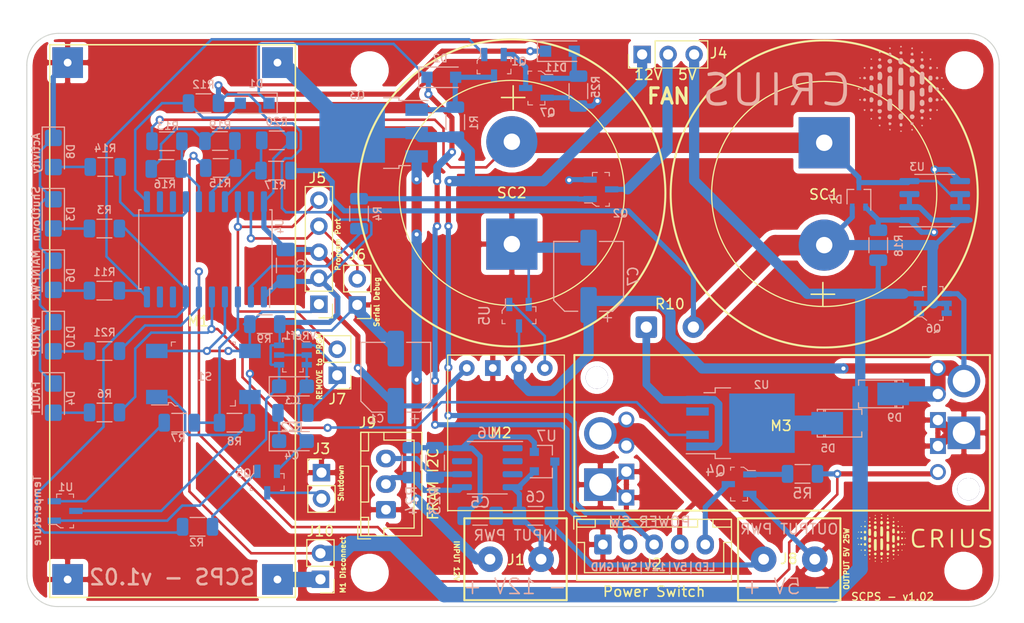
<source format=kicad_pcb>
(kicad_pcb (version 20171130) (host pcbnew 5.1.9+dfsg1-1)
  (layers (0 F.Cu signal) (31 B.Cu signal) (34 B.Paste user hide) (35 F.Paste user hide) (36 B.SilkS user) (37 F.SilkS user) (38 B.Mask user hide) (39 F.Mask user hide) (44 Edge.Cuts user))
  (net 0 "")
  (net 1 "Net-(C1-Pad2)")
  (net 2 "Net-(C1-Pad1)")
  (net 3 "Net-(C5-Pad1)")
  (net 4 "Net-(D1-Pad2)")
  (net 5 "Net-(D3-Pad2)")
  (net 6 "Net-(D4-Pad2)")
  (net 7 "Net-(D5-Pad2)")
  (net 8 "Net-(D6-Pad2)")
  (net 9 "Net-(D8-Pad2)")
  (net 10 "Net-(D10-Pad2)")
  (net 11 "Net-(J1-Pad2)")
  (net 12 "Net-(Q1-Pad1)")
  (net 13 "Net-(Q2-Pad1)")
  (net 14 "Net-(Q4-Pad1)")
  (net 15 "Net-(R2-Pad1)")
  (net 16 "Net-(R4-Pad1)")
  (net 17 "Net-(U4-Pad13)")
  (net 18 "Net-(U4-Pad12)")
  (net 19 "Net-(U4-Pad9)")
  (net 20 "Net-(U4-Pad8)")
  (net 21 "Net-(C4-Pad1)")
  (net 22 "Net-(D1-Pad1)")
  (net 23 "Net-(D2-Pad2)")
  (net 24 "Net-(D5-Pad1)")
  (net 25 "Net-(D7-Pad3)")
  (net 26 "Net-(D7-Pad2)")
  (net 27 "Net-(J2-Pad5)")
  (net 28 "Net-(J2-Pad3)")
  (net 29 "Net-(J3-Pad2)")
  (net 30 "Net-(J4-Pad2)")
  (net 31 "Net-(J5-Pad5)")
  (net 32 "Net-(J5-Pad4)")
  (net 33 "Net-(J5-Pad1)")
  (net 34 "Net-(J7-Pad1)")
  (net 35 "Net-(M2-Pad4)")
  (net 36 "Net-(M3-Pad1)")
  (net 37 "Net-(Q5-Pad1)")
  (net 38 "Net-(R6-Pad1)")
  (net 39 "Net-(R7-Pad2)")
  (net 40 "Net-(R7-Pad1)")
  (net 41 "Net-(R10-Pad1)")
  (net 42 "Net-(R13-Pad2)")
  (net 43 "Net-(R14-Pad1)")
  (net 44 "Net-(R15-Pad1)")
  (net 45 "Net-(R17-Pad2)")
  (net 46 "Net-(U2-Pad4)")
  (net 47 "Net-(C6-Pad1)")
  (net 48 "Net-(J9-Pad3)")
  (net 49 "Net-(J9-Pad2)")
  (net 50 "Net-(U6-Pad7)")
  (net 51 "Net-(U6-Pad3)")
  (net 52 "Net-(U6-Pad2)")
  (net 53 "Net-(U6-Pad1)")
  (net 54 "Net-(D11-Pad2)")
  (net 55 "Net-(Q1-Pad2)")
  (net 56 "Net-(C7-Pad1)")
  (net 57 "Net-(J10-Pad1)")
  (module Connector_PinHeader_2.54mm:PinHeader_1x02_P2.54mm_Vertical (layer F.Cu) (at 121.1 134.7 180)
    (fp_text reference J10 (at 0 4.7) (layer F.SilkS))
    (fp_text value "M1 Disconnect" (at -2.2 1.4 90) (layer F.SilkS) (effects (font (size 0.5 0.5) (thickness 0.125))))
    (pad 2 thru_hole oval (at 0 2.54 180) (size 1.7 1.7) (drill 1) (layers *.Cu *.Mask) (net 7 "Net-(D5-Pad2)"))
    (pad 1 thru_hole rect (at 0 0 180) (size 1.7 1.7) (drill 1) (layers *.Cu *.Mask) (net 57 "Net-(J10-Pad1)"))
  )
  (module Capacitor_SMD:CP_Elec_6.3x5.2 (layer B.Cu) (at 147.3 105.1 90)
    (fp_text reference C7 (at 0 4.35 270) (layer B.SilkS) (effects (justify mirror)))
    (fp_text value 100uF)
    (pad 2 smd roundrect (at 2.8 0 90) (size 3.5 1.6) (layers B.Cu B.Paste B.Mask) (roundrect_rratio 0.15625) (net 1 "Net-(C1-Pad2)"))
    (pad 1 smd roundrect (at -2.8 0 90) (size 3.5 1.6) (layers B.Cu B.Paste B.Mask) (roundrect_rratio 0.15625) (net 56 "Net-(C7-Pad1)"))
  )
  (module digikey-footprints:SOT-23-3 (layer B.Cu) (at 140.5 108.9 270)
    (fp_text reference U5 (at 0.025 3.375 90) (layer B.SilkS) (effects (justify mirror)))
    (fp_text value MCP111-SOT23)
    (pad 1 smd rect (at -1.05 0.95 270) (size 1.3 0.6) (layers B.Cu B.Paste B.Mask) (net 35 "Net-(M2-Pad4)"))
    (pad 2 smd rect (at -1.05 -0.95 270) (size 1.3 0.6) (layers B.Cu B.Paste B.Mask) (net 1 "Net-(C1-Pad2)"))
    (pad 3 smd rect (at 1.05 0 270) (size 1.3 0.6) (layers B.Cu B.Paste B.Mask) (net 56 "Net-(C7-Pad1)"))
  )
  (module Resistor_SMD:R_1206_3216Metric (layer B.Cu) (at 146.3 87 90)
    (fp_text reference R25 (at 0.4 1.7 90) (layer B.SilkS) (effects (font (size 0.75 0.75)) (justify mirror)))
    (fp_text value 470)
    (pad 2 smd roundrect (at 1.4625 0 90) (size 1.125 1.75) (layers B.Cu B.Paste B.Mask) (roundrect_rratio 0.2222204444444444) (net 54 "Net-(D11-Pad2)"))
    (pad 1 smd roundrect (at -1.4625 0 90) (size 1.125 1.75) (layers B.Cu B.Paste B.Mask) (roundrect_rratio 0.2222204444444444) (net 1 "Net-(C1-Pad2)"))
  )
  (module digikey-footprints:SOT-23-3 (layer B.Cu) (at 142.2 86.7 180)
    (fp_text reference Q7 (at -1.1 -2.4) (layer B.SilkS) (effects (font (size 0.75 0.75)) (justify mirror)))
    (fp_text value BSS806)
    (pad 1 smd rect (at -1.05 0.95 180) (size 1.3 0.6) (layers B.Cu B.Paste B.Mask) (net 54 "Net-(D11-Pad2)"))
    (pad 2 smd rect (at -1.05 -0.95 180) (size 1.3 0.6) (layers B.Cu B.Paste B.Mask) (net 1 "Net-(C1-Pad2)"))
    (pad 3 smd rect (at 1.05 0 180) (size 1.3 0.6) (layers B.Cu B.Paste B.Mask) (net 55 "Net-(Q1-Pad2)"))
  )
  (module Diode_SMD:D_SOD-123F (layer B.Cu) (at 144.5 83.1)
    (fp_text reference D11 (at -0.4 1.6) (layer B.SilkS) (effects (font (size 0.75 0.75)) (justify mirror)))
    (fp_text value D_Zener hide)
    (pad 2 smd rect (at 1.4 0) (size 1.1 1.1) (layers B.Cu B.Paste B.Mask) (net 54 "Net-(D11-Pad2)"))
    (pad 1 smd rect (at -1.4 0) (size 1.1 1.1) (layers B.Cu B.Paste B.Mask) (net 2 "Net-(C1-Pad1)"))
  )
  (module Crius:Crius_logo_36x9mm (layer B.Cu) (at 170.4 86.8 180)
    (fp_text reference G*** hide)
    (fp_text value LOGO hide)
  )
  (module Crius:Crius_logo_20x5mm (layer F.Cu) (at 180.1 130.7)
    (fp_text reference G*** hide)
    (fp_text value LOGO hide)
  )
  (module Connector_PinHeader_2.54mm:PinHeader_1x02_P2.54mm_Vertical (layer F.Cu) (at 121.2 124.28)
    (fp_text reference J3 (at 0 -2.33) (layer F.SilkS))
    (fp_text value Shutdown (at 1.9 1.02 90) (layer F.SilkS) (effects (font (size 0.5 0.5) (thickness 0.125))))
    (pad 2 thru_hole oval (at 0 2.54) (size 1.7 1.7) (drill 1) (layers *.Cu *.Mask) (net 29 "Net-(J3-Pad2)"))
    (pad 1 thru_hole rect (at 0 0) (size 1.7 1.7) (drill 1) (layers *.Cu *.Mask) (net 1 "Net-(C1-Pad2)"))
  )
  (module Package_TO_SOT_SMD:SOT-23 (layer B.Cu) (at 143 123.2)
    (fp_text reference U7 (at 0.2 -2.5) (layer B.SilkS) (effects (justify mirror)))
    (fp_text value MCP1700-3302E_SOT23)
    (pad 3 smd rect (at 1 0) (size 0.9 0.8) (layers B.Cu B.Paste B.Mask) (net 47 "Net-(C6-Pad1)"))
    (pad 2 smd rect (at -1 -0.95) (size 0.9 0.8) (layers B.Cu B.Paste B.Mask) (net 3 "Net-(C5-Pad1)"))
    (pad 1 smd rect (at -1 0.95) (size 0.9 0.8) (layers B.Cu B.Paste B.Mask) (net 1 "Net-(C1-Pad2)"))
  )
  (module Package_SO:SOIC-8_3.9x4.9mm_P1.27mm (layer B.Cu) (at 137.4 123.8 180)
    (fp_text reference U6 (at 0 3.4) (layer B.SilkS) (effects (justify mirror)))
    (fp_text value MB85RC1MT)
    (pad 8 smd roundrect (at 2.475 1.905 180) (size 1.95 0.6) (layers B.Cu B.Paste B.Mask) (net 3 "Net-(C5-Pad1)"))
    (pad 7 smd roundrect (at 2.475 0.635 180) (size 1.95 0.6) (layers B.Cu B.Paste B.Mask) (net 50 "Net-(U6-Pad7)"))
    (pad 6 smd roundrect (at 2.475 -0.635 180) (size 1.95 0.6) (layers B.Cu B.Paste B.Mask) (net 48 "Net-(J9-Pad3)"))
    (pad 5 smd roundrect (at 2.475 -1.905 180) (size 1.95 0.6) (layers B.Cu B.Paste B.Mask) (net 49 "Net-(J9-Pad2)"))
    (pad 4 smd roundrect (at -2.475 -1.905 180) (size 1.95 0.6) (layers B.Cu B.Paste B.Mask) (net 1 "Net-(C1-Pad2)"))
    (pad 3 smd roundrect (at -2.475 -0.635 180) (size 1.95 0.6) (layers B.Cu B.Paste B.Mask) (net 51 "Net-(U6-Pad3)"))
    (pad 2 smd roundrect (at -2.475 0.635 180) (size 1.95 0.6) (layers B.Cu B.Paste B.Mask) (net 52 "Net-(U6-Pad2)"))
    (pad 1 smd roundrect (at -2.475 1.905 180) (size 1.95 0.6) (layers B.Cu B.Paste B.Mask) (net 53 "Net-(U6-Pad1)"))
  )
  (module Resistor_SMD:R_1206_3216Metric (layer B.Cu) (at 130 123.3 270)
    (fp_text reference R24 (at 3.7 0 90) (layer B.SilkS) (effects (justify mirror)))
    (fp_text value 10k)
    (pad 2 smd roundrect (at 1.4625 0 270) (size 1.125 1.75) (layers B.Cu B.Paste B.Mask) (roundrect_rratio 0.2222204444444444) (net 49 "Net-(J9-Pad2)"))
    (pad 1 smd roundrect (at -1.4625 0 270) (size 1.125 1.75) (layers B.Cu B.Paste B.Mask) (roundrect_rratio 0.2222204444444444) (net 3 "Net-(C5-Pad1)"))
  )
  (module Resistor_SMD:R_1206_3216Metric (layer B.Cu) (at 132.3 123.3 270)
    (fp_text reference R23 (at 3.7 0 90) (layer B.SilkS) (effects (justify mirror)))
    (fp_text value 10k)
    (pad 2 smd roundrect (at 1.4625 0 270) (size 1.125 1.75) (layers B.Cu B.Paste B.Mask) (roundrect_rratio 0.2222204444444444) (net 48 "Net-(J9-Pad3)"))
    (pad 1 smd roundrect (at -1.4625 0 270) (size 1.125 1.75) (layers B.Cu B.Paste B.Mask) (roundrect_rratio 0.2222204444444444) (net 3 "Net-(C5-Pad1)"))
  )
  (module Connector_JST:JST_XH_B3B-XH-A_1x03_P2.50mm_Vertical (layer F.Cu) (at 127.5 127.9 90)
    (fp_text reference J9 (at 8.5 -1.8 180) (layer F.SilkS))
    (fp_text value "FRAM I2C" (at 2.5 4.6 90) (layer F.SilkS))
    (pad 3 thru_hole oval (at 5 0 90) (size 1.7 1.95) (drill 0.95) (layers *.Cu *.Mask) (net 48 "Net-(J9-Pad3)"))
    (pad 2 thru_hole oval (at 2.5 0 90) (size 1.7 1.95) (drill 0.95) (layers *.Cu *.Mask) (net 49 "Net-(J9-Pad2)"))
    (pad 1 thru_hole roundrect (at 0 0 90) (size 1.7 1.95) (drill 0.95) (layers *.Cu *.Mask) (roundrect_rratio 0.1470588235294118) (net 1 "Net-(C1-Pad2)"))
  )
  (module Capacitor_SMD:C_1206_3216Metric_Pad1.33x1.80mm_HandSolder (layer B.Cu) (at 142.1 128.5 180)
    (fp_text reference C6 (at 0 1.85) (layer B.SilkS) (effects (justify mirror)))
    (fp_text value 1uF)
    (pad 2 smd roundrect (at 1.5625 0 180) (size 1.325 1.8) (layers B.Cu B.Paste B.Mask) (roundrect_rratio 0.1886777358490566) (net 1 "Net-(C1-Pad2)"))
    (pad 1 smd roundrect (at -1.5625 0 180) (size 1.325 1.8) (layers B.Cu B.Paste B.Mask) (roundrect_rratio 0.1886777358490566) (net 47 "Net-(C6-Pad1)"))
  )
  (module Capacitor_SMD:C_1206_3216Metric_Pad1.33x1.80mm_HandSolder (layer B.Cu) (at 136.7 128.5)
    (fp_text reference C5 (at 0 -1.3) (layer B.SilkS) (effects (justify mirror)))
    (fp_text value 1uF)
    (pad 2 smd roundrect (at 1.5625 0) (size 1.325 1.8) (layers B.Cu B.Paste B.Mask) (roundrect_rratio 0.1886777358490566) (net 1 "Net-(C1-Pad2)"))
    (pad 1 smd roundrect (at -1.5625 0) (size 1.325 1.8) (layers B.Cu B.Paste B.Mask) (roundrect_rratio 0.1886777358490566) (net 3 "Net-(C5-Pad1)"))
  )
  (module Resistor_SMD:R_1206_3216Metric (layer B.Cu) (at 168.2 124.4 180)
    (fp_text reference R5 (at 0 -1.9) (layer B.SilkS) (effects (justify mirror)))
    (fp_text value 1k)
    (pad 2 smd roundrect (at 1.4625 0 180) (size 1.125 1.75) (layers B.Cu B.Paste B.Mask) (roundrect_rratio 0.2222204444444444) (net 14 "Net-(Q4-Pad1)"))
    (pad 1 smd roundrect (at -1.4625 0 180) (size 1.125 1.75) (layers B.Cu B.Paste B.Mask) (roundrect_rratio 0.2222204444444444) (net 36 "Net-(M3-Pad1)"))
  )
  (module digikey-footprints:SOT-23-3 (layer B.Cu) (at 162 125.4 180)
    (fp_text reference Q4 (at 2.3 1.3) (layer B.SilkS) (effects (justify mirror)))
    (fp_text value BSS806)
    (pad 1 smd rect (at -1.05 0.95 180) (size 1.3 0.6) (layers B.Cu B.Paste B.Mask) (net 14 "Net-(Q4-Pad1)"))
    (pad 2 smd rect (at -1.05 -0.95 180) (size 1.3 0.6) (layers B.Cu B.Paste B.Mask) (net 1 "Net-(C1-Pad2)"))
    (pad 3 smd rect (at 1.05 0 180) (size 1.3 0.6) (layers B.Cu B.Paste B.Mask) (net 27 "Net-(J2-Pad5)"))
  )
  (module Connector_JST:JST_XH_B5B-XH-A_1x05_P2.50mm_Vertical (layer F.Cu) (at 148.7 131.3)
    (fp_text reference J2 (at 4.9 1.9) (layer F.SilkS))
    (fp_text value "Power Switch" (at 5 4.6) (layer F.SilkS))
    (pad 5 thru_hole oval (at 10 0) (size 1.7 1.95) (drill 0.95) (layers *.Cu *.Mask) (net 27 "Net-(J2-Pad5)"))
    (pad 4 thru_hole oval (at 7.5 0) (size 1.7 1.95) (drill 0.95) (layers *.Cu *.Mask) (net 47 "Net-(C6-Pad1)"))
    (pad 3 thru_hole oval (at 5 0) (size 1.7 1.95) (drill 0.95) (layers *.Cu *.Mask) (net 28 "Net-(J2-Pad3)"))
    (pad 2 thru_hole oval (at 2.5 0) (size 1.7 1.95) (drill 0.95) (layers *.Cu *.Mask) (net 22 "Net-(D1-Pad1)"))
    (pad 1 thru_hole roundrect (at 0 0) (size 1.7 1.95) (drill 0.95) (layers *.Cu *.Mask) (roundrect_rratio 0.1470588235294118) (net 1 "Net-(C1-Pad2)"))
  )
  (module SuperCaps:SCC-22-30mm (layer F.Cu) (at 139.8 96.95)
    (fp_text reference SC2 (at 0 0) (layer F.SilkS))
    (fp_text value 100F/200F)
    (fp_text user + (at 0.13 -9.56) (layer F.SilkS) (effects (font (size 3 3))))
    (pad 1 thru_hole rect (at 0 5) (size 5 5) (drill 1.6) (layers *.Cu *.Mask) (net 1 "Net-(C1-Pad2)"))
    (pad 2 thru_hole circle (at 0 -5) (size 5 5) (drill 1.6) (layers *.Cu *.Mask) (net 25 "Net-(D7-Pad3)"))
  )
  (module SuperCaps:SCC-22-30mm (layer F.Cu) (at 170.32 97.05 180)
    (fp_text reference SC1 (at 0.02 -0.05) (layer F.SilkS))
    (fp_text value 100F/200F)
    (fp_text user + (at 0.13 -9.56) (layer F.SilkS) (effects (font (size 3 3))))
    (pad 1 thru_hole rect (at 0 5 180) (size 5 5) (drill 1.6) (layers *.Cu *.Mask) (net 25 "Net-(D7-Pad3)"))
    (pad 2 thru_hole circle (at 0 -5 180) (size 5 5) (drill 1.6) (layers *.Cu *.Mask) (net 26 "Net-(D7-Pad2)"))
  )
  (module digikey-footprints:SOT-23-3 (layer B.Cu) (at 96.15 128.02)
    (fp_text reference U1 (at 0.05 -2.32) (layer B.SilkS) (effects (font (size 0.75 0.75) (thickness 0.13)) (justify mirror)))
    (fp_text value MCP9700A hide)
    (fp_text user Temperature (at -2.75 -0.02 90) (layer B.SilkS) (effects (font (size 0.75 0.75)) (justify mirror)))
    (pad 1 smd rect (at -1.05 0.95) (size 1.3 0.6) (layers B.Cu B.Paste B.Mask) (net 2 "Net-(C1-Pad1)"))
    (pad 2 smd rect (at -1.05 -0.95) (size 1.3 0.6) (layers B.Cu B.Paste B.Mask) (net 39 "Net-(R7-Pad2)"))
    (pad 3 smd rect (at 1.05 0) (size 1.3 0.6) (layers B.Cu B.Paste B.Mask) (net 1 "Net-(C1-Pad2)"))
  )
  (module digikey-footprints:SOT-23-6 (layer B.Cu) (at 118.41 112.79 270)
    (fp_text reference VRef1 (at -1.89 -0.69 180) (layer B.SilkS) (effects (font (size 0.75 0.75) (thickness 0.13)) (justify mirror)))
    (fp_text value MCP1501-6Pin)
    (pad 6 smd rect (at -0.95 1.35 270) (size 0.55 1) (layers B.Cu B.Paste B.Mask) (net 2 "Net-(C1-Pad1)"))
    (pad 5 smd rect (at 0 1.35 270) (size 0.55 1) (layers B.Cu B.Paste B.Mask) (net 1 "Net-(C1-Pad2)"))
    (pad 4 smd rect (at 0.95 1.35 270) (size 0.55 1) (layers B.Cu B.Paste B.Mask) (net 2 "Net-(C1-Pad1)"))
    (pad 1 smd rect (at -0.95 -1.35 270) (size 0.55 1) (layers B.Cu B.Paste B.Mask) (net 34 "Net-(J7-Pad1)"))
    (pad 2 smd rect (at 0 -1.35 270) (size 0.55 1) (layers B.Cu B.Paste B.Mask) (net 1 "Net-(C1-Pad2)"))
    (pad 3 smd rect (at 0.95 -1.35 270) (size 0.55 1) (layers B.Cu B.Paste B.Mask) (net 1 "Net-(C1-Pad2)"))
  )
  (module digikey-footprints:SOT-23-6 (layer B.Cu) (at 180.93 107.75 90)
    (fp_text reference Q6 (at -2.45 0.07 180) (layer B.SilkS) (effects (font (size 0.75 0.75) (thickness 0.13)) (justify mirror)))
    (fp_text value SQ3495-EV)
    (pad 6 smd rect (at -0.95 1.35 90) (size 0.55 1) (layers B.Cu B.Paste B.Mask) (net 26 "Net-(D7-Pad2)"))
    (pad 5 smd rect (at 0 1.35 90) (size 0.55 1) (layers B.Cu B.Paste B.Mask) (net 26 "Net-(D7-Pad2)"))
    (pad 4 smd rect (at 0.95 1.35 90) (size 0.55 1) (layers B.Cu B.Paste B.Mask) (net 56 "Net-(C7-Pad1)"))
    (pad 1 smd rect (at -0.95 -1.35 90) (size 0.55 1) (layers B.Cu B.Paste B.Mask) (net 26 "Net-(D7-Pad2)"))
    (pad 2 smd rect (at 0 -1.35 90) (size 0.55 1) (layers B.Cu B.Paste B.Mask) (net 26 "Net-(D7-Pad2)"))
    (pad 3 smd rect (at 0.95 -1.35 90) (size 0.55 1) (layers B.Cu B.Paste B.Mask) (net 7 "Net-(D5-Pad2)"))
  )
  (module Connector_Wire:SolderWire-0.5sqmm_1x02_P4.6mm_D0.9mm_OD2.1mm (layer F.Cu) (at 152.94 110.06)
    (fp_text reference R10 (at 2.3 -2.25) (layer F.SilkS))
    (fp_text value "1R 25W")
    (pad 2 thru_hole circle (at 4.6 0) (size 2.1 2.1) (drill 1.1) (layers *.Cu *.Mask) (net 26 "Net-(D7-Pad2)"))
    (pad 1 thru_hole roundrect (at 0 0) (size 2.1 2.1) (drill 1.1) (layers *.Cu *.Mask) (roundrect_rratio 0.1190471428571429) (net 41 "Net-(R10-Pad1)"))
  )
  (module Footprint_Library:DO-221BC (layer B.Cu) (at 175.85 116.59 180)
    (fp_text reference D9 (at -1.35 -2.31) (layer B.SilkS) (effects (font (size 0.75 0.75) (thickness 0.13)) (justify mirror)))
    (fp_text value V8PAM10S)
    (pad 1 smd rect (at -1.21 0 180) (size 3.1 2.2) (layers B.Cu B.Paste B.Mask) (net 56 "Net-(C7-Pad1)"))
    (pad 2 smd rect (at 2.01 0 180) (size 1.52 1.5) (layers B.Cu B.Paste B.Mask) (net 7 "Net-(D5-Pad2)"))
  )
  (module Footprint_Library:DO-221BC (layer B.Cu) (at 171.82 119.45)
    (fp_text reference D5 (at -1.12 2.45) (layer B.SilkS) (effects (font (size 0.75 0.75) (thickness 0.13)) (justify mirror)))
    (fp_text value V8PAM10S)
    (pad 1 smd rect (at -1.21 0) (size 3.1 2.2) (layers B.Cu B.Paste B.Mask) (net 24 "Net-(D5-Pad1)"))
    (pad 2 smd rect (at 2.01 0) (size 1.52 1.5) (layers B.Cu B.Paste B.Mask) (net 7 "Net-(D5-Pad2)"))
  )
  (module Footprint_Library:XL4015 (layer F.Cu) (at 106.65 109.47 270)
    (fp_text reference M1 (at 0 -2.5 180) (layer F.SilkS))
    (fp_text value XL4015)
    (pad 3 thru_hole rect (at 25.25 10.25 270) (size 3 3) (drill 0.762) (layers *.Cu *.Mask) (net 1 "Net-(C1-Pad2)"))
    (pad 4 thru_hole rect (at 25.25 -10.25 270) (size 3 3) (drill 0.762) (layers *.Cu *.Mask) (net 57 "Net-(J10-Pad1)"))
    (pad 2 thru_hole rect (at -25.25 10.25 270) (size 3 3) (drill 0.762) (layers *.Cu *.Mask) (net 1 "Net-(C1-Pad2)"))
    (pad 1 thru_hole rect (at -25.25 -10.25 270) (size 3 3) (drill 0.762) (layers *.Cu *.Mask) (net 28 "Net-(J2-Pad3)"))
  )
  (module Package_SO:SOIC-20W_7.5x12.8mm_P1.27mm (layer B.Cu) (at 109.86 102.46 90)
    (fp_text reference U4 (at 2.26 7.24 90) (layer B.SilkS) (effects (font (size 0.75 0.75) (thickness 0.13)) (justify mirror)))
    (fp_text value PIC16F1709)
    (pad 20 smd roundrect (at 4.65 5.715 90) (size 2.05 0.6) (layers B.Cu B.Paste B.Mask) (net 1 "Net-(C1-Pad2)"))
    (pad 19 smd roundrect (at 4.65 4.445 90) (size 2.05 0.6) (layers B.Cu B.Paste B.Mask) (net 32 "Net-(J5-Pad4)"))
    (pad 18 smd roundrect (at 4.65 3.175 90) (size 2.05 0.6) (layers B.Cu B.Paste B.Mask) (net 31 "Net-(J5-Pad5)"))
    (pad 17 smd roundrect (at 4.65 1.905 90) (size 2.05 0.6) (layers B.Cu B.Paste B.Mask) (net 45 "Net-(R17-Pad2)"))
    (pad 16 smd roundrect (at 4.65 0.635 90) (size 2.05 0.6) (layers B.Cu B.Paste B.Mask) (net 44 "Net-(R15-Pad1)"))
    (pad 15 smd roundrect (at 4.65 -0.635 90) (size 2.05 0.6) (layers B.Cu B.Paste B.Mask) (net 42 "Net-(R13-Pad2)"))
    (pad 14 smd roundrect (at 4.65 -1.905 90) (size 2.05 0.6) (layers B.Cu B.Paste B.Mask) (net 43 "Net-(R14-Pad1)"))
    (pad 13 smd roundrect (at 4.65 -3.175 90) (size 2.05 0.6) (layers B.Cu B.Paste B.Mask) (net 17 "Net-(U4-Pad13)"))
    (pad 12 smd roundrect (at 4.65 -4.445 90) (size 2.05 0.6) (layers B.Cu B.Paste B.Mask) (net 18 "Net-(U4-Pad12)"))
    (pad 11 smd roundrect (at 4.65 -5.715 90) (size 2.05 0.6) (layers B.Cu B.Paste B.Mask) (net 4 "Net-(D1-Pad2)"))
    (pad 10 smd roundrect (at -4.65 -5.715 90) (size 2.05 0.6) (layers B.Cu B.Paste B.Mask) (net 12 "Net-(Q1-Pad1)"))
    (pad 9 smd roundrect (at -4.65 -4.445 90) (size 2.05 0.6) (layers B.Cu B.Paste B.Mask) (net 19 "Net-(U4-Pad9)"))
    (pad 8 smd roundrect (at -4.65 -3.175 90) (size 2.05 0.6) (layers B.Cu B.Paste B.Mask) (net 20 "Net-(U4-Pad8)"))
    (pad 7 smd roundrect (at -4.65 -1.905 90) (size 2.05 0.6) (layers B.Cu B.Paste B.Mask) (net 15 "Net-(R2-Pad1)"))
    (pad 6 smd roundrect (at -4.65 -0.635 90) (size 2.05 0.6) (layers B.Cu B.Paste B.Mask) (net 36 "Net-(M3-Pad1)"))
    (pad 5 smd roundrect (at -4.65 0.635 90) (size 2.05 0.6) (layers B.Cu B.Paste B.Mask) (net 38 "Net-(R6-Pad1)"))
    (pad 4 smd roundrect (at -4.65 1.905 90) (size 2.05 0.6) (layers B.Cu B.Paste B.Mask) (net 33 "Net-(J5-Pad1)"))
    (pad 3 smd roundrect (at -4.65 3.175 90) (size 2.05 0.6) (layers B.Cu B.Paste B.Mask) (net 40 "Net-(R7-Pad1)"))
    (pad 2 smd roundrect (at -4.65 4.445 90) (size 2.05 0.6) (layers B.Cu B.Paste B.Mask) (net 16 "Net-(R4-Pad1)"))
    (pad 1 smd roundrect (at -4.65 5.715 90) (size 2.05 0.6) (layers B.Cu B.Paste B.Mask) (net 2 "Net-(C1-Pad1)"))
  )
  (module Package_TO_SOT_SMD:TO-252-4 (layer B.Cu) (at 162.14 119.45)
    (fp_text reference U2 (at 2.06 -3.75) (layer B.SilkS) (effects (font (size 0.75 0.75) (thickness 0.13)) (justify mirror)))
    (fp_text value BTS443P)
    (pad 3 smd rect (at 2.1 0) (size 6.4 5.8) (layers B.Cu B.Mask) (net 24 "Net-(D5-Pad1)"))
    (pad 5 smd rect (at -4.2 -2.28) (size 2.2 0.8) (layers B.Cu B.Paste B.Mask) (net 41 "Net-(R10-Pad1)"))
    (pad 4 smd rect (at -4.2 -1.14) (size 2.2 0.8) (layers B.Cu B.Paste B.Mask) (net 46 "Net-(U2-Pad4)"))
    (pad 2 smd rect (at -4.2 1.14) (size 2.2 0.8) (layers B.Cu B.Paste B.Mask) (net 38 "Net-(R6-Pad1)"))
    (pad 1 smd rect (at -4.2 2.28) (size 2.2 0.8) (layers B.Cu B.Paste B.Mask) (net 41 "Net-(R10-Pad1)"))
  )
  (module Package_SO:SOIC-8_3.9x4.9mm_P1.27mm (layer B.Cu) (at 181.12 97.7)
    (fp_text reference U3 (at -1.72 -3.3) (layer B.SilkS) (effects (font (size 0.75 0.75) (thickness 0.13)) (justify mirror)))
    (fp_text value ALD910027)
    (pad 8 smd roundrect (at 2.475 1.905) (size 1.95 0.6) (layers B.Cu B.Paste B.Mask) (net 26 "Net-(D7-Pad2)"))
    (pad 7 smd roundrect (at 2.475 0.635) (size 1.95 0.6) (layers B.Cu B.Paste B.Mask) (net 25 "Net-(D7-Pad3)"))
    (pad 6 smd roundrect (at 2.475 -0.635) (size 1.95 0.6) (layers B.Cu B.Paste B.Mask) (net 25 "Net-(D7-Pad3)"))
    (pad 5 smd roundrect (at 2.475 -1.905) (size 1.95 0.6) (layers B.Cu B.Paste B.Mask) (net 1 "Net-(C1-Pad2)"))
    (pad 4 smd roundrect (at -2.475 -1.905) (size 1.95 0.6) (layers B.Cu B.Paste B.Mask) (net 25 "Net-(D7-Pad3)"))
    (pad 3 smd roundrect (at -2.475 -0.635) (size 1.95 0.6) (layers B.Cu B.Paste B.Mask) (net 26 "Net-(D7-Pad2)"))
    (pad 2 smd roundrect (at -2.475 0.635) (size 1.95 0.6) (layers B.Cu B.Paste B.Mask) (net 26 "Net-(D7-Pad2)"))
    (pad 1 smd roundrect (at -2.475 1.905) (size 1.95 0.6) (layers B.Cu B.Paste B.Mask) (net 1 "Net-(C1-Pad2)"))
  )
  (module digikey-footprints:Switch_Tactile_SMD_6x6mm (layer B.Cu) (at 109.66 114.64)
    (fp_text reference S1 (at 0.14 0.26) (layer B.SilkS) (effects (font (size 0.75 0.75) (thickness 0.13)) (justify mirror)))
    (fp_text value RESET)
    (pad 1 smd rect (at -4.55 2.25 90) (size 1.4 2.1) (layers B.Cu B.Paste B.Mask) (net 1 "Net-(C1-Pad2)"))
    (pad 3 smd rect (at -4.55 -2.25 90) (size 1.4 2.1) (layers B.Cu B.Paste B.Mask) (net 33 "Net-(J5-Pad1)"))
    (pad 4 smd rect (at 4.55 -2.25 90) (size 1.4 2.1) (layers B.Cu B.Paste B.Mask) (net 33 "Net-(J5-Pad1)"))
    (pad 2 smd rect (at 4.55 2.25 90) (size 1.4 2.1) (layers B.Cu B.Paste B.Mask) (net 1 "Net-(C1-Pad2)"))
  )
  (module Resistor_SMD:R_1206_3216Metric (layer B.Cu) (at 109.67 88.18 180)
    (fp_text reference R12 (at 0 1.82) (layer B.SilkS) (effects (font (size 0.75 0.75) (thickness 0.13)) (justify mirror)))
    (fp_text value 10k)
    (pad 2 smd roundrect (at 1.4625 0 180) (size 1.125 1.75) (layers B.Cu B.Paste B.Mask) (roundrect_rratio 0.2222204444444444) (net 4 "Net-(D1-Pad2)"))
    (pad 1 smd roundrect (at -1.4625 0 180) (size 1.125 1.75) (layers B.Cu B.Paste B.Mask) (roundrect_rratio 0.2222204444444444) (net 2 "Net-(C1-Pad1)"))
  )
  (module Resistor_SMD:R_1206_3216Metric (layer B.Cu) (at 99.99 106.5 180)
    (fp_text reference R11 (at 0 1.82) (layer B.SilkS) (effects (font (size 0.75 0.75) (thickness 0.13)) (justify mirror)))
    (fp_text value 1k)
    (pad 2 smd roundrect (at 1.4625 0 180) (size 1.125 1.75) (layers B.Cu B.Paste B.Mask) (roundrect_rratio 0.2222204444444444) (net 8 "Net-(D6-Pad2)"))
    (pad 1 smd roundrect (at -1.4625 0 180) (size 1.125 1.75) (layers B.Cu B.Paste B.Mask) (roundrect_rratio 0.2222204444444444) (net 12 "Net-(Q1-Pad1)"))
  )
  (module Resistor_SMD:R_1206_3216Metric (layer B.Cu) (at 134.27 90.03 270)
    (fp_text reference R1 (at 0.07 -1.83 90) (layer B.SilkS) (effects (font (size 0.75 0.75) (thickness 0.13)) (justify mirror)))
    (fp_text value 10k)
    (pad 2 smd roundrect (at 1.4625 0 270) (size 1.125 1.75) (layers B.Cu B.Paste B.Mask) (roundrect_rratio 0.2222204444444444) (net 28 "Net-(J2-Pad3)"))
    (pad 1 smd roundrect (at -1.4625 0 270) (size 1.125 1.75) (layers B.Cu B.Paste B.Mask) (roundrect_rratio 0.2222204444444444) (net 23 "Net-(D2-Pad2)"))
  )
  (module Resistor_SMD:R_1206_3216Metric (layer B.Cu) (at 118.41 118.44 180)
    (fp_text reference R22 (at 0.11 -1.36) (layer B.SilkS) (effects (font (size 0.75 0.75) (thickness 0.13)) (justify mirror)))
    (fp_text value 50)
    (pad 2 smd roundrect (at 1.4625 0 180) (size 1.125 1.75) (layers B.Cu B.Paste B.Mask) (roundrect_rratio 0.2222204444444444) (net 21 "Net-(C4-Pad1)"))
    (pad 1 smd roundrect (at -1.4625 0 180) (size 1.125 1.75) (layers B.Cu B.Paste B.Mask) (roundrect_rratio 0.2222204444444444) (net 34 "Net-(J7-Pad1)"))
  )
  (module Resistor_SMD:R_1206_3216Metric (layer B.Cu) (at 100 112.4 180)
    (fp_text reference R21 (at 0 1.82) (layer B.SilkS) (effects (font (size 0.75 0.75) (thickness 0.13)) (justify mirror)))
    (fp_text value 1k)
    (pad 2 smd roundrect (at 1.4625 0 180) (size 1.125 1.75) (layers B.Cu B.Paste B.Mask) (roundrect_rratio 0.2222204444444444) (net 10 "Net-(D10-Pad2)"))
    (pad 1 smd roundrect (at -1.4625 0 180) (size 1.125 1.75) (layers B.Cu B.Paste B.Mask) (roundrect_rratio 0.2222204444444444) (net 36 "Net-(M3-Pad1)"))
  )
  (module Resistor_SMD:R_1206_3216Metric (layer B.Cu) (at 116.83 91.81 180)
    (fp_text reference R20 (at 0 1.82) (layer B.SilkS) (effects (font (size 0.75 0.75) (thickness 0.13)) (justify mirror)))
    (fp_text value "1k 0.1%")
    (pad 2 smd roundrect (at 1.4625 0 180) (size 1.125 1.75) (layers B.Cu B.Paste B.Mask) (roundrect_rratio 0.2222204444444444) (net 45 "Net-(R17-Pad2)"))
    (pad 1 smd roundrect (at -1.4625 0 180) (size 1.125 1.75) (layers B.Cu B.Paste B.Mask) (roundrect_rratio 0.2222204444444444) (net 1 "Net-(C1-Pad2)"))
  )
  (module Resistor_SMD:R_1206_3216Metric (layer B.Cu) (at 175.6 102.06 270)
    (fp_text reference R18 (at 0.04 -2 90) (layer B.SilkS) (effects (font (size 0.75 0.75) (thickness 0.13)) (justify mirror)))
    (fp_text value 10k)
    (pad 2 smd roundrect (at 1.4625 0 270) (size 1.125 1.75) (layers B.Cu B.Paste B.Mask) (roundrect_rratio 0.2222204444444444) (net 7 "Net-(D5-Pad2)"))
    (pad 1 smd roundrect (at -1.4625 0 270) (size 1.125 1.75) (layers B.Cu B.Paste B.Mask) (roundrect_rratio 0.2222204444444444) (net 1 "Net-(C1-Pad2)"))
  )
  (module Resistor_SMD:R_1206_3216Metric (layer B.Cu) (at 116.76 94.77 180)
    (fp_text reference R17 (at 0.06 -1.43) (layer B.SilkS) (effects (font (size 0.75 0.75) (thickness 0.13)) (justify mirror)))
    (fp_text value "9k 0.1%")
    (pad 2 smd roundrect (at 1.4625 0 180) (size 1.125 1.75) (layers B.Cu B.Paste B.Mask) (roundrect_rratio 0.2222204444444444) (net 45 "Net-(R17-Pad2)"))
    (pad 1 smd roundrect (at -1.4625 0 180) (size 1.125 1.75) (layers B.Cu B.Paste B.Mask) (roundrect_rratio 0.2222204444444444) (net 26 "Net-(D7-Pad2)"))
  )
  (module Resistor_SMD:R_1206_3216Metric (layer B.Cu) (at 111.28 91.88)
    (fp_text reference R19 (at 0.02 -1.58) (layer B.SilkS) (effects (font (size 0.75 0.75) (thickness 0.13)) (justify mirror)))
    (fp_text value "1k 0.1%")
    (pad 2 smd roundrect (at 1.4625 0) (size 1.125 1.75) (layers B.Cu B.Paste B.Mask) (roundrect_rratio 0.2222204444444444) (net 44 "Net-(R15-Pad1)"))
    (pad 1 smd roundrect (at -1.4625 0) (size 1.125 1.75) (layers B.Cu B.Paste B.Mask) (roundrect_rratio 0.2222204444444444) (net 1 "Net-(C1-Pad2)"))
  )
  (module Resistor_SMD:R_1206_3216Metric (layer B.Cu) (at 111.35 94.51 180)
    (fp_text reference R15 (at 0.05 -1.49) (layer B.SilkS) (effects (font (size 0.75 0.75) (thickness 0.13)) (justify mirror)))
    (fp_text value "9k 0.1%")
    (pad 2 smd roundrect (at 1.4625 0 180) (size 1.125 1.75) (layers B.Cu B.Paste B.Mask) (roundrect_rratio 0.2222204444444444) (net 7 "Net-(D5-Pad2)"))
    (pad 1 smd roundrect (at -1.4625 0 180) (size 1.125 1.75) (layers B.Cu B.Paste B.Mask) (roundrect_rratio 0.2222204444444444) (net 44 "Net-(R15-Pad1)"))
  )
  (module Resistor_SMD:R_1206_3216Metric (layer B.Cu) (at 106.03 94.6)
    (fp_text reference R16 (at -0.13 1.5) (layer B.SilkS) (effects (font (size 0.75 0.75) (thickness 0.13)) (justify mirror)))
    (fp_text value "1k 0.1%")
    (pad 2 smd roundrect (at 1.4625 0) (size 1.125 1.75) (layers B.Cu B.Paste B.Mask) (roundrect_rratio 0.2222204444444444) (net 42 "Net-(R13-Pad2)"))
    (pad 1 smd roundrect (at -1.4625 0) (size 1.125 1.75) (layers B.Cu B.Paste B.Mask) (roundrect_rratio 0.2222204444444444) (net 1 "Net-(C1-Pad2)"))
  )
  (module Resistor_SMD:R_1206_3216Metric (layer B.Cu) (at 106.1 91.9)
    (fp_text reference R13 (at 0.1 -1.5) (layer B.SilkS) (effects (font (size 0.75 0.75) (thickness 0.13)) (justify mirror)))
    (fp_text value "9k 0.1%")
    (pad 2 smd roundrect (at 1.4625 0) (size 1.125 1.75) (layers B.Cu B.Paste B.Mask) (roundrect_rratio 0.2222204444444444) (net 42 "Net-(R13-Pad2)"))
    (pad 1 smd roundrect (at -1.4625 0) (size 1.125 1.75) (layers B.Cu B.Paste B.Mask) (roundrect_rratio 0.2222204444444444) (net 25 "Net-(D7-Pad3)"))
  )
  (module Resistor_SMD:R_1206_3216Metric (layer B.Cu) (at 99.99 100.43 180)
    (fp_text reference R3 (at 0 1.82) (layer B.SilkS) (effects (font (size 0.75 0.75) (thickness 0.13)) (justify mirror)))
    (fp_text value 1k)
    (pad 2 smd roundrect (at 1.4625 0 180) (size 1.125 1.75) (layers B.Cu B.Paste B.Mask) (roundrect_rratio 0.2222204444444444) (net 5 "Net-(D3-Pad2)"))
    (pad 1 smd roundrect (at -1.4625 0 180) (size 1.125 1.75) (layers B.Cu B.Paste B.Mask) (roundrect_rratio 0.2222204444444444) (net 15 "Net-(R2-Pad1)"))
  )
  (module Resistor_SMD:R_1206_3216Metric (layer B.Cu) (at 115.66 109.77)
    (fp_text reference R9 (at -0.06 1.43) (layer B.SilkS) (effects (font (size 0.75 0.75) (thickness 0.13)) (justify mirror)))
    (fp_text value 10k)
    (pad 2 smd roundrect (at 1.4625 0) (size 1.125 1.75) (layers B.Cu B.Paste B.Mask) (roundrect_rratio 0.2222204444444444) (net 2 "Net-(C1-Pad1)"))
    (pad 1 smd roundrect (at -1.4625 0) (size 1.125 1.75) (layers B.Cu B.Paste B.Mask) (roundrect_rratio 0.2222204444444444) (net 33 "Net-(J5-Pad1)"))
  )
  (module Resistor_SMD:R_1206_3216Metric (layer B.Cu) (at 112.7 119.4)
    (fp_text reference R8 (at 0 1.82) (layer B.SilkS) (effects (font (size 0.75 0.75) (thickness 0.13)) (justify mirror)))
    (fp_text value "1k 0.1%")
    (pad 2 smd roundrect (at 1.4625 0) (size 1.125 1.75) (layers B.Cu B.Paste B.Mask) (roundrect_rratio 0.2222204444444444) (net 1 "Net-(C1-Pad2)"))
    (pad 1 smd roundrect (at -1.4625 0) (size 1.125 1.75) (layers B.Cu B.Paste B.Mask) (roundrect_rratio 0.2222204444444444) (net 40 "Net-(R7-Pad1)"))
  )
  (module Resistor_SMD:R_1206_3216Metric (layer B.Cu) (at 107.3 119.4 180)
    (fp_text reference R7 (at 0.1 -1.5) (layer B.SilkS) (effects (font (size 0.75 0.75) (thickness 0.13)) (justify mirror)))
    (fp_text value "1k 0.1%")
    (pad 2 smd roundrect (at 1.4625 0 180) (size 1.125 1.75) (layers B.Cu B.Paste B.Mask) (roundrect_rratio 0.2222204444444444) (net 39 "Net-(R7-Pad2)"))
    (pad 1 smd roundrect (at -1.4625 0 180) (size 1.125 1.75) (layers B.Cu B.Paste B.Mask) (roundrect_rratio 0.2222204444444444) (net 40 "Net-(R7-Pad1)"))
  )
  (module Resistor_SMD:R_1206_3216Metric (layer B.Cu) (at 100 118.4 180)
    (fp_text reference R6 (at 0 1.82) (layer B.SilkS) (effects (font (size 0.75 0.75) (thickness 0.13)) (justify mirror)))
    (fp_text value 1k)
    (pad 2 smd roundrect (at 1.4625 0 180) (size 1.125 1.75) (layers B.Cu B.Paste B.Mask) (roundrect_rratio 0.2222204444444444) (net 6 "Net-(D4-Pad2)"))
    (pad 1 smd roundrect (at -1.4625 0 180) (size 1.125 1.75) (layers B.Cu B.Paste B.Mask) (roundrect_rratio 0.2222204444444444) (net 38 "Net-(R6-Pad1)"))
  )
  (module Resistor_SMD:R_1206_3216Metric (layer B.Cu) (at 109.09 129.57)
    (fp_text reference R2 (at -0.09 1.53) (layer B.SilkS) (effects (font (size 0.75 0.75) (thickness 0.13)) (justify mirror)))
    (fp_text value 1k)
    (pad 2 smd roundrect (at 1.4625 0) (size 1.125 1.75) (layers B.Cu B.Paste B.Mask) (roundrect_rratio 0.2222204444444444) (net 37 "Net-(Q5-Pad1)"))
    (pad 1 smd roundrect (at -1.4625 0) (size 1.125 1.75) (layers B.Cu B.Paste B.Mask) (roundrect_rratio 0.2222204444444444) (net 15 "Net-(R2-Pad1)"))
  )
  (module Resistor_SMD:R_1206_3216Metric (layer B.Cu) (at 124.87 98.98 90)
    (fp_text reference R4 (at 0 1.82 90) (layer B.SilkS) (effects (font (size 0.75 0.75) (thickness 0.13)) (justify mirror)))
    (fp_text value 1k)
    (pad 2 smd roundrect (at 1.4625 0 90) (size 1.125 1.75) (layers B.Cu B.Paste B.Mask) (roundrect_rratio 0.2222204444444444) (net 13 "Net-(Q2-Pad1)"))
    (pad 1 smd roundrect (at -1.4625 0 90) (size 1.125 1.75) (layers B.Cu B.Paste B.Mask) (roundrect_rratio 0.2222204444444444) (net 16 "Net-(R4-Pad1)"))
  )
  (module Resistor_SMD:R_1206_3216Metric (layer B.Cu) (at 100.07 94.41 180)
    (fp_text reference R14 (at 0 1.82) (layer B.SilkS) (effects (font (size 0.75 0.75) (thickness 0.13)) (justify mirror)))
    (fp_text value 1k)
    (pad 2 smd roundrect (at 1.4625 0 180) (size 1.125 1.75) (layers B.Cu B.Paste B.Mask) (roundrect_rratio 0.2222204444444444) (net 9 "Net-(D8-Pad2)"))
    (pad 1 smd roundrect (at -1.4625 0 180) (size 1.125 1.75) (layers B.Cu B.Paste B.Mask) (roundrect_rratio 0.2222204444444444) (net 43 "Net-(R14-Pad1)"))
  )
  (module Package_TO_SOT_SMD:TO-252-3_TabPin2 (layer B.Cu) (at 126.3 91.1 180)
    (fp_text reference Q3 (at 1.6 3.7) (layer B.SilkS) (effects (font (size 0.75 0.75) (thickness 0.13)) (justify mirror)))
    (fp_text value SPD18P06PGBTMA1)
    (pad 2 smd rect (at 2.1 0 180) (size 6.4 5.8) (layers B.Cu B.Mask) (net 28 "Net-(J2-Pad3)"))
    (pad 3 smd rect (at -4.2 -2.28 180) (size 2.2 1.2) (layers B.Cu B.Paste B.Mask) (net 11 "Net-(J1-Pad2)"))
    (pad 2 smd rect (at -4.2 0 180) (size 2.2 1.2) (layers B.Cu B.Paste B.Mask) (net 28 "Net-(J2-Pad3)"))
    (pad 1 smd rect (at -4.2 2.28 180) (size 2.2 1.2) (layers B.Cu B.Paste B.Mask) (net 23 "Net-(D2-Pad2)"))
  )
  (module digikey-footprints:SOT-23-3 (layer B.Cu) (at 138.06 84.48 270)
    (fp_text reference Q1 (at -0.38 -2.44 180) (layer B.SilkS) (effects (font (size 0.75 0.75) (thickness 0.13)) (justify mirror)))
    (fp_text value BSS806)
    (pad 1 smd rect (at -1.05 0.95 270) (size 1.3 0.6) (layers B.Cu B.Paste B.Mask) (net 12 "Net-(Q1-Pad1)"))
    (pad 2 smd rect (at -1.05 -0.95 270) (size 1.3 0.6) (layers B.Cu B.Paste B.Mask) (net 55 "Net-(Q1-Pad2)"))
    (pad 3 smd rect (at 1.05 0 270) (size 1.3 0.6) (layers B.Cu B.Paste B.Mask) (net 23 "Net-(D2-Pad2)"))
  )
  (module digikey-footprints:SOT-23-3 (layer B.Cu) (at 148.5 96.6)
    (fp_text reference Q2 (at 1.91 2.35) (layer B.SilkS) (effects (font (size 0.75 0.75) (thickness 0.13)) (justify mirror)))
    (fp_text value BSS806)
    (pad 1 smd rect (at -1.05 0.95) (size 1.3 0.6) (layers B.Cu B.Paste B.Mask) (net 13 "Net-(Q2-Pad1)"))
    (pad 2 smd rect (at -1.05 -0.95) (size 1.3 0.6) (layers B.Cu B.Paste B.Mask) (net 1 "Net-(C1-Pad2)"))
    (pad 3 smd rect (at 1.05 0) (size 1.3 0.6) (layers B.Cu B.Paste B.Mask) (net 30 "Net-(J4-Pad2)"))
  )
  (module digikey-footprints:SOT-23-3 (layer B.Cu) (at 115.9 125.2 270)
    (fp_text reference Q5 (at -0.87 2.3 180) (layer B.SilkS) (effects (font (size 0.75 0.75) (thickness 0.13)) (justify mirror)))
    (fp_text value BSS806)
    (pad 1 smd rect (at -1.05 0.95 270) (size 1.3 0.6) (layers B.Cu B.Paste B.Mask) (net 37 "Net-(Q5-Pad1)"))
    (pad 2 smd rect (at -1.05 -0.95 270) (size 1.3 0.6) (layers B.Cu B.Paste B.Mask) (net 1 "Net-(C1-Pad2)"))
    (pad 3 smd rect (at 1.05 0 270) (size 1.3 0.6) (layers B.Cu B.Paste B.Mask) (net 29 "Net-(J3-Pad2)"))
  )
  (module Pololu:U1V11Fx (layer F.Cu) (at 139.23 120.39 180)
    (fp_text reference M2 (at 0.5 0) (layer F.SilkS))
    (fp_text value U1V11F5)
    (pad 1 thru_hole circle (at 3.83 6.33 180) (size 1.524 1.524) (drill 0.762) (layers *.Cu *.Mask) (net 2 "Net-(C1-Pad1)"))
    (pad 2 thru_hole rect (at 1.29 6.33 180) (size 1.524 1.524) (drill 0.762) (layers *.Cu *.Mask) (net 1 "Net-(C1-Pad2)"))
    (pad 3 thru_hole circle (at -1.25 6.33 180) (size 1.524 1.524) (drill 0.762) (layers *.Cu *.Mask) (net 56 "Net-(C7-Pad1)"))
    (pad 4 thru_hole circle (at -3.79 6.33 180) (size 1.524 1.524) (drill 0.762) (layers *.Cu *.Mask) (net 35 "Net-(M2-Pad4)"))
  )
  (module Pololu:U3V70F5 (layer F.Cu) (at 166.21 120.39 90)
    (fp_text reference M3 (at 0.69 -0.11 180) (layer F.SilkS))
    (fp_text value U3V70F5)
    (pad 3 thru_hole rect (at 0 17.76 90) (size 3.18 3.18) (drill 2.18) (layers *.Cu *.Mask) (net 1 "Net-(C1-Pad2)"))
    (pad 12 thru_hole circle (at -0.06 -17.76 90) (size 3.18 3.18) (drill 2.18) (layers *.Cu *.Mask) (net 47 "Net-(C6-Pad1)"))
    (pad 6 thru_hole circle (at 5.06 17.76 90) (size 3.18 3.18) (drill 2.18) (layers *.Cu *.Mask) (net 56 "Net-(C7-Pad1)"))
    (pad 9 thru_hole rect (at -5.06 -17.76 90) (size 3.18 3.18) (drill 2.18) (layers *.Cu *.Mask) (net 1 "Net-(C1-Pad2)"))
    (pad "" thru_hole circle (at -5.5 18.2 90) (size 2.18 2.18) (drill 2.18) (layers *.Cu *.Mask))
    (pad "" thru_hole circle (at 5.4 -18.1 90) (size 2.18 2.18) (drill 2.18) (layers *.Cu *.Mask))
    (pad 13 thru_hole circle (at 1.29 -15.22 90) (size 1.55 1.55) (drill 1.02) (layers *.Cu *.Mask) (net 47 "Net-(C6-Pad1)"))
    (pad 11 thru_hole circle (at -1.25 -15.22 90) (size 1.55 1.55) (drill 1.02) (layers *.Cu *.Mask) (net 47 "Net-(C6-Pad1)"))
    (pad 10 thru_hole rect (at -3.79 -15.22 90) (size 1.55 1.55) (drill 1.02) (layers *.Cu *.Mask) (net 1 "Net-(C1-Pad2)"))
    (pad 8 thru_hole rect (at -6.33 -15.22 90) (size 1.55 1.55) (drill 1.02) (layers *.Cu *.Mask) (net 1 "Net-(C1-Pad2)"))
    (pad 1 thru_hole circle (at -3.83 15.22 90) (size 1.55 1.55) (drill 1.02) (layers *.Cu *.Mask) (net 36 "Net-(M3-Pad1)"))
    (pad 2 thru_hole rect (at -1.29 15.22 90) (size 1.55 1.55) (drill 1.02) (layers *.Cu *.Mask) (net 1 "Net-(C1-Pad2)"))
    (pad 4 thru_hole rect (at 1.25 15.22 90) (size 1.55 1.55) (drill 1.02) (layers *.Cu *.Mask) (net 1 "Net-(C1-Pad2)"))
    (pad 5 thru_hole circle (at 3.79 15.22 90) (size 1.55 1.55) (drill 1.02) (layers *.Cu *.Mask) (net 56 "Net-(C7-Pad1)"))
    (pad 7 thru_hole circle (at 6.33 15.22 90) (size 1.55 1.55) (drill 1.02) (layers *.Cu *.Mask) (net 56 "Net-(C7-Pad1)"))
  )
  (module Connector_PinHeader_2.54mm:PinHeader_1x02_P2.54mm_Vertical (layer F.Cu) (at 122.74 114.77 180)
    (fp_text reference J7 (at 0 -2.33) (layer F.SilkS))
    (fp_text value "REMOVE to PRGM" (at 1.74 0.87 90) (layer F.SilkS) (effects (font (size 0.5 0.5) (thickness 0.125))))
    (pad 2 thru_hole oval (at 0 2.54 180) (size 1.7 1.7) (drill 1) (layers *.Cu *.Mask) (net 31 "Net-(J5-Pad5)"))
    (pad 1 thru_hole rect (at 0 0 180) (size 1.7 1.7) (drill 1) (layers *.Cu *.Mask) (net 34 "Net-(J7-Pad1)"))
  )
  (module Connector_PinHeader_2.54mm:PinHeader_1x02_P2.54mm_Vertical (layer F.Cu) (at 124.7 107.89 180)
    (fp_text reference J6 (at 0 4.89) (layer F.SilkS))
    (fp_text value "Serial Debug" (at -1.9 0.29 90) (layer F.SilkS) (effects (font (size 0.5 0.5) (thickness 0.125))))
    (pad 2 thru_hole oval (at 0 2.54 180) (size 1.7 1.7) (drill 1) (layers *.Cu *.Mask) (net 32 "Net-(J5-Pad4)"))
    (pad 1 thru_hole rect (at 0 0 180) (size 1.7 1.7) (drill 1) (layers *.Cu *.Mask) (net 1 "Net-(C1-Pad2)"))
  )
  (module Connector_PinHeader_2.54mm:PinHeader_1x03_P2.54mm_Vertical (layer F.Cu) (at 152.53 83.42 90)
    (fp_text reference J4 (at 0.12 7.47 180) (layer F.SilkS))
    (fp_text value "12V  5V" (at -1.98 2.27 180) (layer F.SilkS))
    (pad 3 thru_hole oval (at 0 5.08 90) (size 1.7 1.7) (drill 1) (layers *.Cu *.Mask) (net 7 "Net-(D5-Pad2)"))
    (pad 2 thru_hole oval (at 0 2.54 90) (size 1.7 1.7) (drill 1) (layers *.Cu *.Mask) (net 30 "Net-(J4-Pad2)"))
    (pad 1 thru_hole rect (at 0 0 90) (size 1.7 1.7) (drill 1) (layers *.Cu *.Mask) (net 28 "Net-(J2-Pad3)"))
  )
  (module Connector_PinHeader_2.54mm:PinHeader_1x05_P2.54mm_Vertical (layer F.Cu) (at 120.95 107.82 180)
    (fp_text reference J5 (at 0.15 12.32) (layer F.SilkS))
    (fp_text value Program)
    (pad 5 thru_hole oval (at 0 10.16 180) (size 1.7 1.7) (drill 1) (layers *.Cu *.Mask) (net 31 "Net-(J5-Pad5)"))
    (pad 4 thru_hole oval (at 0 7.62 180) (size 1.7 1.7) (drill 1) (layers *.Cu *.Mask) (net 32 "Net-(J5-Pad4)"))
    (pad 3 thru_hole oval (at 0 5.08 180) (size 1.7 1.7) (drill 1) (layers *.Cu *.Mask) (net 1 "Net-(C1-Pad2)"))
    (pad 2 thru_hole oval (at 0 2.54 180) (size 1.7 1.7) (drill 1) (layers *.Cu *.Mask) (net 2 "Net-(C1-Pad1)"))
    (pad 1 thru_hole rect (at 0 0 180) (size 1.7 1.7) (drill 1) (layers *.Cu *.Mask) (net 33 "Net-(J5-Pad1)"))
  )
  (module Connectors:Screw_Terminal_2Pin (layer F.Cu) (at 166.9 132.74 90)
    (fp_text reference J8 (at 0.04 -0.04 180) (layer F.SilkS))
    (fp_text value "5V 25W")
    (pad 1 thru_hole circle (at 0 2.5 90) (size 2.5 2.5) (drill 1.05) (layers *.Cu *.Mask) (net 1 "Net-(C1-Pad2)"))
    (pad 2 thru_hole circle (at 0 -2.5 90) (size 2.5 2.5) (drill 1.05) (layers *.Cu *.Mask) (net 47 "Net-(C6-Pad1)"))
  )
  (module Connectors:Screw_Terminal_2Pin (layer F.Cu) (at 140.16 132.74 90)
    (fp_text reference J1 (at -0.06 0.04 180) (layer F.SilkS))
    (fp_text value "12v, 0.5A nominal, 5A Surge" hide)
    (pad 1 thru_hole circle (at 0 2.5 90) (size 2.5 2.5) (drill 1.05) (layers *.Cu *.Mask) (net 1 "Net-(C1-Pad2)"))
    (pad 2 thru_hole circle (at 0 -2.5 90) (size 2.5 2.5) (drill 1.05) (layers *.Cu *.Mask) (net 11 "Net-(J1-Pad2)"))
  )
  (module Diode_SMD:D_SOD-123F (layer B.Cu) (at 114.67 88.19 180)
    (fp_text reference D1 (at -0.127 1.905) (layer B.SilkS) (effects (font (size 0.75 0.75) (thickness 0.13)) (justify mirror)))
    (fp_text value 1N914)
    (pad 2 smd rect (at 1.4 0 180) (size 1.1 1.1) (layers B.Cu B.Paste B.Mask) (net 4 "Net-(D1-Pad2)"))
    (pad 1 smd rect (at -1.4 0 180) (size 1.1 1.1) (layers B.Cu B.Paste B.Mask) (net 22 "Net-(D1-Pad1)"))
  )
  (module Diode_SMD:D_1206_3216Metric_Castellated (layer B.Cu) (at 95 105 270)
    (fp_text reference D6 (at 0 -1.7 90) (layer B.SilkS) (effects (font (size 0.75 0.75) (thickness 0.13)) (justify mirror)))
    (fp_text value MAINPWR (at 0 1.7 90) (layer B.SilkS) (effects (font (size 0.75 0.75)) (justify mirror)))
    (pad 2 smd roundrect (at 1.425 0 270) (size 1.6 1.65) (layers B.Cu B.Paste B.Mask) (roundrect_rratio 0.15625) (net 8 "Net-(D6-Pad2)"))
    (pad 1 smd roundrect (at -1.425 0 270) (size 1.6 1.65) (layers B.Cu B.Paste B.Mask) (roundrect_rratio 0.15625) (net 1 "Net-(C1-Pad2)"))
  )
  (module Diode_SMD:D_SOD-123F (layer B.Cu) (at 132.91 85.65)
    (fp_text reference D2 (at -0.11 -1.85) (layer B.SilkS) (effects (font (size 0.75 0.75) (thickness 0.13)) (justify mirror)))
    (fp_text value 1N914)
    (pad 2 smd rect (at 1.4 0) (size 1.1 1.1) (layers B.Cu B.Paste B.Mask) (net 23 "Net-(D2-Pad2)"))
    (pad 1 smd rect (at -1.4 0) (size 1.1 1.1) (layers B.Cu B.Paste B.Mask) (net 22 "Net-(D1-Pad1)"))
  )
  (module Diode_SMD:D_1206_3216Metric_Castellated (layer B.Cu) (at 95 111 270)
    (fp_text reference D10 (at 0 -1.7 90) (layer B.SilkS) (effects (font (size 0.75 0.75) (thickness 0.13)) (justify mirror)))
    (fp_text value PWRUP (at 0 1.7 90) (layer B.SilkS) (effects (font (size 0.75 0.75)) (justify mirror)))
    (pad 2 smd roundrect (at 1.425 0 270) (size 1.6 1.65) (layers B.Cu B.Paste B.Mask) (roundrect_rratio 0.15625) (net 10 "Net-(D10-Pad2)"))
    (pad 1 smd roundrect (at -1.425 0 270) (size 1.6 1.65) (layers B.Cu B.Paste B.Mask) (roundrect_rratio 0.15625) (net 1 "Net-(C1-Pad2)"))
  )
  (module Diode_SMD:D_1206_3216Metric_Castellated (layer B.Cu) (at 95 99 270)
    (fp_text reference D3 (at 0 -1.7 90) (layer B.SilkS) (effects (font (size 0.75 0.75) (thickness 0.13)) (justify mirror)))
    (fp_text value ShutDown (at 0 1.7 90) (layer B.SilkS) (effects (font (size 0.75 0.75)) (justify mirror)))
    (pad 2 smd roundrect (at 1.425 0 270) (size 1.6 1.65) (layers B.Cu B.Paste B.Mask) (roundrect_rratio 0.15625) (net 5 "Net-(D3-Pad2)"))
    (pad 1 smd roundrect (at -1.425 0 270) (size 1.6 1.65) (layers B.Cu B.Paste B.Mask) (roundrect_rratio 0.15625) (net 1 "Net-(C1-Pad2)"))
  )
  (module Diode_SMD:D_1206_3216Metric_Castellated (layer B.Cu) (at 95 117 270)
    (fp_text reference D4 (at 0 -1.7 90) (layer B.SilkS) (effects (font (size 0.75 0.75) (thickness 0.13)) (justify mirror)))
    (fp_text value FAULT (at 0 1.7 90) (layer B.SilkS) (effects (font (size 0.75 0.75)) (justify mirror)))
    (pad 2 smd roundrect (at 1.425 0 270) (size 1.6 1.65) (layers B.Cu B.Paste B.Mask) (roundrect_rratio 0.15625) (net 6 "Net-(D4-Pad2)"))
    (pad 1 smd roundrect (at -1.425 0 270) (size 1.6 1.65) (layers B.Cu B.Paste B.Mask) (roundrect_rratio 0.15625) (net 1 "Net-(C1-Pad2)"))
  )
  (module Diode_SMD:D_1206_3216Metric_Castellated (layer B.Cu) (at 95 93 270)
    (fp_text reference D8 (at -0.1 -1.7 90) (layer B.SilkS) (effects (font (size 0.75 0.75) (thickness 0.13)) (justify mirror)))
    (fp_text value Activity (at 0.1 1.7 90) (layer B.SilkS) (effects (font (size 0.75 0.75)) (justify mirror)))
    (pad 2 smd roundrect (at 1.425 0 270) (size 1.6 1.65) (layers B.Cu B.Paste B.Mask) (roundrect_rratio 0.15625) (net 9 "Net-(D8-Pad2)"))
    (pad 1 smd roundrect (at -1.425 0 270) (size 1.6 1.65) (layers B.Cu B.Paste B.Mask) (roundrect_rratio 0.15625) (net 1 "Net-(C1-Pad2)"))
  )
  (module Package_TO_SOT_SMD:SOT-323_SC-70 (layer B.Cu) (at 173.71 97.34 90)
    (fp_text reference D7 (at -0.26 -2.31 180) (layer B.SilkS) (effects (font (size 0.75 0.75) (thickness 0.13)) (justify mirror)))
    (fp_text value BAT54SW)
    (pad 3 smd rect (at 1 0 180) (size 0.45 0.7) (layers B.Cu B.Paste B.Mask) (net 25 "Net-(D7-Pad3)"))
    (pad 2 smd rect (at -1 -0.65 180) (size 0.45 0.7) (layers B.Cu B.Paste B.Mask) (net 26 "Net-(D7-Pad2)"))
    (pad 1 smd rect (at -1 0.65 180) (size 0.45 0.7) (layers B.Cu B.Paste B.Mask) (net 1 "Net-(C1-Pad2)"))
  )
  (module Capacitor_Tantalum_SMD:CP_EIA-3216-18_Kemet-A (layer B.Cu) (at 118.41 121.2)
    (fp_text reference C4 (at -0.11 1.4) (layer B.SilkS) (effects (font (size 0.75 0.75) (thickness 0.13)) (justify mirror)))
    (fp_text value "2.2uF Tant")
    (pad 2 smd roundrect (at 1.35 0) (size 1.4 1.35) (layers B.Cu B.Paste B.Mask) (roundrect_rratio 0.1851844444444445) (net 1 "Net-(C1-Pad2)"))
    (pad 1 smd roundrect (at -1.35 0) (size 1.4 1.35) (layers B.Cu B.Paste B.Mask) (roundrect_rratio 0.1851844444444445) (net 21 "Net-(C4-Pad1)"))
  )
  (module Capacitor_Tantalum_SMD:CP_EIA-3216-18_Kemet-A (layer B.Cu) (at 118.41 115.85)
    (fp_text reference C3 (at -0.01 1.35) (layer B.SilkS) (effects (font (size 0.75 0.75) (thickness 0.13)) (justify mirror)))
    (fp_text value "2.2uF Tant")
    (pad 2 smd roundrect (at 1.35 0) (size 1.4 1.35) (layers B.Cu B.Paste B.Mask) (roundrect_rratio 0.1851844444444445) (net 1 "Net-(C1-Pad2)"))
    (pad 1 smd roundrect (at -1.35 0) (size 1.4 1.35) (layers B.Cu B.Paste B.Mask) (roundrect_rratio 0.1851844444444445) (net 2 "Net-(C1-Pad1)"))
  )
  (module Capacitor_SMD:C_1206_3216Metric_Pad1.33x1.80mm_HandSolder (layer B.Cu) (at 117.71 104.04 270)
    (fp_text reference C2 (at 0.06 -1.49 90) (layer B.SilkS) (effects (font (size 0.75 0.75) (thickness 0.13)) (justify mirror)))
    (fp_text value .1)
    (pad 2 smd roundrect (at 1.5625 0 270) (size 1.325 1.8) (layers B.Cu B.Paste B.Mask) (roundrect_rratio 0.1886777358490566) (net 2 "Net-(C1-Pad1)"))
    (pad 1 smd roundrect (at -1.5625 0 270) (size 1.325 1.8) (layers B.Cu B.Paste B.Mask) (roundrect_rratio 0.1886777358490566) (net 1 "Net-(C1-Pad2)"))
  )
  (module Capacitor_SMD:CP_Elec_6.3x5.2 (layer B.Cu) (at 128.46 114.96 90)
    (fp_text reference C1 (at -4.04 -1.86 180) (layer B.SilkS) (effects (font (size 0.75 0.75) (thickness 0.13)) (justify mirror)))
    (fp_text value 100uF)
    (pad 2 smd roundrect (at 2.8 0 90) (size 3.5 1.6) (layers B.Cu B.Paste B.Mask) (roundrect_rratio 0.15625) (net 1 "Net-(C1-Pad2)"))
    (pad 1 smd roundrect (at -2.8 0 90) (size 3.5 1.6) (layers B.Cu B.Paste B.Mask) (roundrect_rratio 0.15625) (net 2 "Net-(C1-Pad1)"))
  )
  (module MountingHole:MountingHole_2.7mm_M2.5 (layer F.Cu) (at 184.016883 84.963755 180)
    (fp_text reference REF** hide)
    (fp_text value MountingHole_2.7mm_M2.5 hide)
    (pad 1 np_thru_hole circle (at 0 0 180) (size 2.7 2.7) (drill 2.7) (layers *.Cu *.Mask))
  )
  (module MountingHole:MountingHole_2.7mm_M2.5 (layer F.Cu) (at 125.916883 134.063755 180)
    (fp_text reference REF** hide)
    (fp_text value MountingHole_2.7mm_M2.5 hide)
    (pad 1 np_thru_hole circle (at 0 0 180) (size 2.7 2.7) (drill 2.7) (layers *.Cu *.Mask))
  )
  (module MountingHole:MountingHole_2.7mm_M2.5 (layer F.Cu) (at 125.916883 84.963755 180)
    (fp_text reference REF** hide)
    (fp_text value MountingHole_2.7mm_M2.5 hide)
    (pad "" np_thru_hole circle (at 0 0 180) (size 2.7 2.7) (drill 2.7) (layers *.Cu *.Mask))
  )
  (module MountingHole:MountingHole_2.7mm_M2.5 (layer F.Cu) (at 183.916883 133.863755 180)
    (fp_text reference REF** hide)
    (fp_text value MountingHole_2.7mm_M2.5 hide)
    (pad 1 np_thru_hole circle (at 0 0 180) (size 2.7 2.7) (drill 2.7) (layers *.Cu *.Mask))
  )
  (gr_text "SCPS - v1.02" (at 106.6 134.5) (layer B.SilkS) (effects (font (size 1.5 1.5) (thickness 0.25)) (justify mirror)))
  (gr_text "Program Port" (at 122.8 102 90) (layer F.SilkS) (effects (font (size 0.5 0.5) (thickness 0.125))))
  (gr_text "SCPS - v1.02" (at 177 136.4) (layer F.SilkS) (effects (font (size 0.75 0.75) (thickness 0.125))))
  (gr_text "OUTPUT 5V 25W" (at 172.5 132.7 90) (layer F.SilkS) (effects (font (size 0.5 0.5) (thickness 0.125))))
  (gr_text "INPUT 12V" (at 134.4 132.9 270) (layer F.SilkS) (effects (font (size 0.5 0.5) (thickness 0.125))))
  (gr_text "INPUT PWR" (at 140.2 130.4) (layer B.SilkS) (effects (font (size 1 1)) (justify mirror)))
  (gr_text "- 12V +" (at 140.1 135.4) (layer B.SilkS) (effects (font (size 1.5 1.5)) (justify mirror)))
  (gr_text LED|5V|12V|SW|GND (at 153.6 133.5) (layer B.SilkS) (effects (font (size 0.75 0.75)) (justify mirror)))
  (gr_text "OUTPUT PWR" (at 166.9 129.8) (layer B.SilkS) (effects (font (size 1 1)) (justify mirror)))
  (gr_text "POWER SW" (at 153.3 129.1) (layer B.SilkS) (effects (font (size 1 1)) (justify mirror)))
  (gr_text "- 5V +" (at 166.7 135.4) (layer B.SilkS) (effects (font (size 1.5 1.5)) (justify mirror)))
  (gr_text FAN (at 155.1 87.5) (layer F.SilkS) (effects (font (size 1.5 1.5) (thickness 0.3))))
  (gr_arc (start 95.51 84.46) (end 95.51 81.36) (angle -90) (layer Edge.Cuts) (width 0.1))
  (gr_arc (start 184.416883 84.363755) (end 187.416883 84.363755) (angle -90) (layer Edge.Cuts) (width 0.1))
  (gr_arc (start 184.416883 134.363755) (end 184.416883 137.363755) (angle -90) (layer Edge.Cuts) (width 0.1))
  (gr_arc (start 95.416883 134.363755) (end 92.416883 134.363755) (angle -90) (layer Edge.Cuts) (width 0.1))
  (gr_line (start 92.416883 134.363755) (end 92.41 84.46) (layer Edge.Cuts) (width 0.1))
  (gr_line (start 184.416883 137.363755) (end 95.416883 137.363755) (layer Edge.Cuts) (width 0.1))
  (gr_line (start 184.416883 81.363755) (end 95.51 81.36) (layer Edge.Cuts) (width 0.1))
  (gr_line (start 187.416883 134.363755) (end 187.416883 84.363755) (layer Edge.Cuts) (width 0.1))
  (segment (start 182.46 94.66) (end 183.595 95.795) (width 0.5) (layer B.Cu) (net 1))
  (segment (start 178.645 99.605) (end 179.83 100.79) (width 0.5) (layer B.Cu) (net 1))
  (segment (start 179.83 100.79) (end 181.05 100.79) (width 0.5) (layer B.Cu) (net 1))
  (segment (start 181.05 100.79) (end 181.05 100.79) (width 0.25) (layer B.Cu) (net 1))
  (via (at 181.05 100.79) (size 0.8) (drill 0.4) (layers F.Cu B.Cu) (net 1))
  (segment (start 181.1 94.66) (end 182.46 94.66) (width 0.5) (layer B.Cu) (net 1))
  (via (at 181.1 94.66) (size 0.8) (drill 0.4) (layers F.Cu B.Cu) (net 1))
  (segment (start 181.1 100.74) (end 181.05 100.79) (width 0.25) (layer F.Cu) (net 1))
  (segment (start 181.1 94.66) (end 181.1 100.74) (width 0.5) (layer F.Cu) (net 1))
  (segment (start 175.625 99.605) (end 178.645 99.605) (width 0.5) (layer B.Cu) (net 1))
  (segment (start 174.36 98.34) (end 175.625 99.605) (width 0.5) (layer B.Cu) (net 1))
  (segment (start 175.6 99.63) (end 175.625 99.605) (width 0.5) (layer B.Cu) (net 1))
  (segment (start 175.6 100.5975) (end 175.6 99.63) (width 0.5) (layer B.Cu) (net 1))
  (segment (start 119.76 112.79) (end 119.76 113.74) (width 0.25) (layer B.Cu) (net 1))
  (segment (start 119.76 112.79) (end 118.6 112.79) (width 0.25) (layer B.Cu) (net 1))
  (segment (start 118.6 112.79) (end 117.06 112.79) (width 0.25) (layer B.Cu) (net 1))
  (segment (start 122.78 105.97) (end 124.7 107.89) (width 0.5) (layer F.Cu) (net 1))
  (segment (start 122.78 104.57) (end 122.78 105.97) (width 0.5) (layer F.Cu) (net 1))
  (segment (start 120.95 102.74) (end 122.78 104.57) (width 0.5) (layer F.Cu) (net 1))
  (segment (start 124.7 108.4) (end 128.46 112.16) (width 1) (layer B.Cu) (net 1))
  (segment (start 124.7 107.89) (end 124.7 108.4) (width 1) (layer B.Cu) (net 1))
  (segment (start 149.72 125.45) (end 150.99 124.18) (width 0.5) (layer F.Cu) (net 1))
  (segment (start 149.72 125.45) (end 150.99 126.72) (width 0.5) (layer F.Cu) (net 1))
  (segment (start 148.45 125.45) (end 149.72 125.45) (width 0.5) (layer F.Cu) (net 1))
  (segment (start 182.68 120.39) (end 181.43 119.14) (width 1) (layer F.Cu) (net 1))
  (segment (start 183.97 120.39) (end 182.68 120.39) (width 0.5) (layer F.Cu) (net 1))
  (segment (start 182.72 120.39) (end 181.43 121.68) (width 1) (layer F.Cu) (net 1))
  (segment (start 183.97 120.39) (end 182.72 120.39) (width 0.5) (layer F.Cu) (net 1))
  (segment (start 120.6875 102.4775) (end 120.95 102.74) (width 0.5) (layer B.Cu) (net 1))
  (segment (start 117.71 102.4775) (end 120.6875 102.4775) (width 0.5) (layer B.Cu) (net 1))
  (segment (start 115.575 100.3425) (end 117.71 102.4775) (width 0.5) (layer B.Cu) (net 1))
  (segment (start 115.575 97.81) (end 115.575 100.3425) (width 0.5) (layer B.Cu) (net 1))
  (segment (start 118.98499 120.42499) (end 119.76 121.2) (width 0.25) (layer B.Cu) (net 1))
  (segment (start 118.98499 116.62501) (end 118.98499 120.42499) (width 0.25) (layer B.Cu) (net 1))
  (segment (start 119.76 115.85) (end 118.98499 116.62501) (width 0.25) (layer B.Cu) (net 1))
  (segment (start 142.05 104.2) (end 139.8 101.95) (width 0.25) (layer B.Cu) (net 1))
  (via (at 145.4 95.7) (size 0.8) (drill 0.4) (layers F.Cu B.Cu) (net 1))
  (segment (start 114.1625 116.9375) (end 114.21 116.89) (width 0.25) (layer B.Cu) (net 1))
  (segment (start 114.1625 119.4) (end 114.1625 116.9375) (width 0.25) (layer B.Cu) (net 1))
  (segment (start 119.25 121.71) (end 119.76 121.2) (width 0.25) (layer B.Cu) (net 1))
  (segment (start 111.08751 90.60999) (end 109.8175 91.88) (width 0.25) (layer B.Cu) (net 1))
  (segment (start 117.09249 90.60999) (end 111.08751 90.60999) (width 0.25) (layer B.Cu) (net 1))
  (segment (start 118.2925 91.81) (end 117.09249 90.60999) (width 0.25) (layer B.Cu) (net 1))
  (segment (start 95.1 133.42) (end 96.4 134.72) (width 0.25) (layer B.Cu) (net 1))
  (segment (start 105.52501 93.64249) (end 104.5675 94.6) (width 0.25) (layer B.Cu) (net 1))
  (segment (start 105.52501 92.1868) (end 105.52501 93.64249) (width 0.25) (layer B.Cu) (net 1))
  (segment (start 107.01182 90.69999) (end 105.52501 92.1868) (width 0.25) (layer B.Cu) (net 1))
  (segment (start 108.63749 90.69999) (end 107.01182 90.69999) (width 0.25) (layer B.Cu) (net 1))
  (segment (start 109.8175 91.88) (end 108.63749 90.69999) (width 0.25) (layer B.Cu) (net 1))
  (segment (start 97.2 128.02) (end 105.5425 128.02) (width 0.25) (layer B.Cu) (net 1))
  (segment (start 108.21182 120.60001) (end 112.96249 120.60001) (width 0.25) (layer B.Cu) (net 1))
  (segment (start 112.96249 120.60001) (end 113.23125 120.33125) (width 0.25) (layer B.Cu) (net 1))
  (segment (start 107.87499 118.35499) (end 107.87499 120.26318) (width 0.25) (layer B.Cu) (net 1))
  (segment (start 106.41 116.89) (end 107.87499 118.35499) (width 0.25) (layer B.Cu) (net 1))
  (segment (start 105.11 116.89) (end 106.41 116.89) (width 0.25) (layer B.Cu) (net 1))
  (segment (start 113.23125 120.33125) (end 114.1625 119.4) (width 0.25) (layer B.Cu) (net 1))
  (segment (start 107.87499 120.26318) (end 108.21182 120.60001) (width 0.25) (layer B.Cu) (net 1))
  (segment (start 105.5425 128.02) (end 113.23125 120.33125) (width 0.25) (layer B.Cu) (net 1))
  (segment (start 119.76 115.85) (end 119.76 114.54) (width 0.25) (layer B.Cu) (net 1))
  (segment (start 114.21 116.89) (end 114.21 114.61) (width 0.25) (layer B.Cu) (net 1))
  (segment (start 119.76 114.54) (end 119.76 113.74) (width 0.25) (layer B.Cu) (net 1))
  (segment (start 114.21 114.61) (end 114.21 114.61) (width 0.25) (layer B.Cu) (net 1))
  (via (at 114.21 114.61) (size 0.8) (drill 0.4) (layers F.Cu B.Cu) (net 1))
  (segment (start 122.2 110.39) (end 124.7 107.89) (width 0.25) (layer B.Cu) (net 1))
  (segment (start 119.11 110.39) (end 122.2 110.39) (width 0.25) (layer B.Cu) (net 1))
  (segment (start 118.6 110.9) (end 118.9 110.6) (width 0.25) (layer B.Cu) (net 1))
  (segment (start 118.6 112.79) (end 118.6 110.9) (width 0.25) (layer B.Cu) (net 1))
  (segment (start 118.9 110.6) (end 119.11 110.39) (width 0.25) (layer B.Cu) (net 1))
  (via (at 118.9 110.6) (size 0.8) (drill 0.4) (layers F.Cu B.Cu) (net 1))
  (segment (start 114.89 114.61) (end 118.9 110.6) (width 0.25) (layer F.Cu) (net 1))
  (segment (start 114.21 114.61) (end 114.89 114.61) (width 0.25) (layer F.Cu) (net 1))
  (segment (start 116.5 96.885) (end 116.5 93.6025) (width 0.25) (layer B.Cu) (net 1))
  (segment (start 116.5 93.6025) (end 118.2925 91.81) (width 0.25) (layer B.Cu) (net 1))
  (segment (start 115.575 97.81) (end 116.5 96.885) (width 0.25) (layer B.Cu) (net 1))
  (segment (start 93.7 96.275) (end 95 97.575) (width 0.25) (layer B.Cu) (net 1))
  (segment (start 93.7 92.875) (end 93.7 96.275) (width 0.25) (layer B.Cu) (net 1))
  (segment (start 95 91.575) (end 93.7 92.875) (width 0.25) (layer B.Cu) (net 1))
  (segment (start 93.7 102.275) (end 95 103.575) (width 0.25) (layer B.Cu) (net 1))
  (segment (start 93.7 98.05) (end 93.7 102.275) (width 0.25) (layer B.Cu) (net 1))
  (segment (start 94.175 97.575) (end 93.7 98.05) (width 0.25) (layer B.Cu) (net 1))
  (segment (start 95 97.575) (end 94.175 97.575) (width 0.25) (layer B.Cu) (net 1))
  (segment (start 93.7 107.919941) (end 95 109.219941) (width 0.25) (layer B.Cu) (net 1))
  (segment (start 95 109.219941) (end 95 109.575) (width 0.25) (layer B.Cu) (net 1))
  (segment (start 93.7 104.875) (end 93.7 107.919941) (width 0.25) (layer B.Cu) (net 1))
  (segment (start 95 103.575) (end 93.7 104.875) (width 0.25) (layer B.Cu) (net 1))
  (segment (start 93.7 110.875) (end 93.7 114.275) (width 0.25) (layer B.Cu) (net 1))
  (segment (start 93.7 114.275) (end 95 115.575) (width 0.25) (layer B.Cu) (net 1))
  (segment (start 95 109.575) (end 93.7 110.875) (width 0.25) (layer B.Cu) (net 1))
  (segment (start 95 85.62) (end 96.4 84.22) (width 0.5) (layer B.Cu) (net 1))
  (segment (start 95 91.575) (end 95 85.62) (width 0.5) (layer B.Cu) (net 1))
  (segment (start 145.45 95.65) (end 145.4 95.7) (width 0.5) (layer B.Cu) (net 1))
  (segment (start 147.45 95.65) (end 145.45 95.65) (width 0.5) (layer B.Cu) (net 1))
  (segment (start 163.05 126.39) (end 169.4 132.74) (width 0.5) (layer B.Cu) (net 1))
  (segment (start 163.05 126.35) (end 163.05 126.39) (width 0.5) (layer B.Cu) (net 1))
  (segment (start 140.445 125.705) (end 142 124.15) (width 0.5) (layer B.Cu) (net 1))
  (segment (start 139.875 125.705) (end 140.445 125.705) (width 0.5) (layer B.Cu) (net 1))
  (segment (start 142.66 130.6225) (end 140.5375 128.5) (width 0.5) (layer B.Cu) (net 1))
  (segment (start 142.66 132.74) (end 142.66 130.6225) (width 0.5) (layer B.Cu) (net 1))
  (segment (start 140.5375 128.5) (end 138.2625 128.5) (width 0.5) (layer B.Cu) (net 1))
  (segment (start 140.5375 126.3675) (end 139.875 125.705) (width 0.5) (layer B.Cu) (net 1))
  (segment (start 140.5375 128.5) (end 140.5375 126.3675) (width 0.5) (layer B.Cu) (net 1))
  (segment (start 116.85 124.11) (end 119.76 121.2) (width 0.25) (layer B.Cu) (net 1))
  (segment (start 116.85 124.15) (end 116.85 124.11) (width 0.25) (layer B.Cu) (net 1))
  (segment (start 148.1625 87.9625) (end 148.1625 87.9625) (width 0.5) (layer B.Cu) (net 1))
  (via (at 148.1625 87.9625) (size 0.8) (drill 0.4) (layers F.Cu B.Cu) (net 1))
  (segment (start 147.6625 88.4625) (end 148.1625 87.9625) (width 0.5) (layer B.Cu) (net 1))
  (segment (start 146.3 88.4625) (end 147.6625 88.4625) (width 0.5) (layer B.Cu) (net 1))
  (segment (start 145.4875 87.65) (end 146.3 88.4625) (width 0.5) (layer B.Cu) (net 1))
  (segment (start 143.25 87.65) (end 145.4875 87.65) (width 0.5) (layer B.Cu) (net 1))
  (segment (start 141.45 103.6) (end 139.8 101.95) (width 0.25) (layer B.Cu) (net 1))
  (segment (start 141.45 107.85) (end 141.45 103.6) (width 0.25) (layer B.Cu) (net 1))
  (segment (start 140.15 102.3) (end 139.8 101.95) (width 1) (layer B.Cu) (net 1))
  (segment (start 147.3 102.3) (end 140.15 102.3) (width 1) (layer B.Cu) (net 1))
  (segment (start 131.7 117.76) (end 135.4 114.06) (width 0.5) (layer B.Cu) (net 2))
  (segment (start 128.46 117.76) (end 131.7 117.76) (width 0.5) (layer B.Cu) (net 2))
  (segment (start 120.6275 105.6025) (end 120.95 105.28) (width 0.25) (layer B.Cu) (net 2))
  (segment (start 117.71 105.6025) (end 120.6275 105.6025) (width 0.5) (layer B.Cu) (net 2))
  (segment (start 117.1225 111.7775) (end 117.06 111.84) (width 0.25) (layer B.Cu) (net 2))
  (segment (start 117.1225 109.77) (end 117.1225 111.7775) (width 0.25) (layer B.Cu) (net 2))
  (segment (start 116.31 113.74) (end 117.06 113.74) (width 0.25) (layer B.Cu) (net 2))
  (segment (start 116.234999 113.664999) (end 116.31 113.74) (width 0.25) (layer B.Cu) (net 2))
  (segment (start 116.234999 111.915001) (end 116.234999 113.664999) (width 0.25) (layer B.Cu) (net 2))
  (segment (start 116.31 111.84) (end 116.234999 111.915001) (width 0.25) (layer B.Cu) (net 2))
  (segment (start 117.06 111.84) (end 116.31 111.84) (width 0.25) (layer B.Cu) (net 2))
  (segment (start 117.06 113.74) (end 117.06 115.85) (width 0.25) (layer B.Cu) (net 2))
  (segment (start 120.95 105.28) (end 122.195001 106.525001) (width 0.25) (layer B.Cu) (net 2))
  (segment (start 128.46 117.76) (end 124.76 114.06) (width 0.75) (layer B.Cu) (net 2))
  (segment (start 124.76 114.06) (end 124.75 114.05) (width 0.75) (layer B.Cu) (net 2))
  (via (at 124.76 114.06) (size 0.8) (drill 0.4) (layers F.Cu B.Cu) (net 2))
  (segment (start 124.76 110.94) (end 124.76 114.06) (width 0.5) (layer F.Cu) (net 2))
  (segment (start 122.72 108.9) (end 124.76 110.94) (width 0.5) (layer F.Cu) (net 2))
  (segment (start 122.72 107.05) (end 122.72 108.9) (width 0.5) (layer F.Cu) (net 2))
  (segment (start 120.95 105.28) (end 122.72 107.05) (width 0.5) (layer F.Cu) (net 2))
  (segment (start 117.0825 105.6025) (end 115.575 107.11) (width 0.5) (layer B.Cu) (net 2))
  (segment (start 117.71 105.6025) (end 117.0825 105.6025) (width 0.5) (layer B.Cu) (net 2))
  (segment (start 111.1425 88.19) (end 111.1325 88.18) (width 0.5) (layer B.Cu) (net 2))
  (segment (start 122.125001 106.519999) (end 122.125001 106.455001) (width 0.5) (layer B.Cu) (net 2))
  (segment (start 122.160001 106.519999) (end 122.125001 106.519999) (width 0.5) (layer B.Cu) (net 2))
  (segment (start 122.125001 106.455001) (end 120.95 105.28) (width 0.5) (layer B.Cu) (net 2))
  (segment (start 122.8 107.159998) (end 122.160001 106.519999) (width 0.5) (layer B.Cu) (net 2))
  (segment (start 122.8 108.78) (end 122.8 107.159998) (width 0.5) (layer B.Cu) (net 2))
  (segment (start 121.98 109.6) (end 122.8 108.78) (width 0.5) (layer B.Cu) (net 2))
  (segment (start 117.2925 109.6) (end 121.98 109.6) (width 0.5) (layer B.Cu) (net 2))
  (segment (start 117.1225 109.77) (end 117.2925 109.6) (width 0.5) (layer B.Cu) (net 2))
  (segment (start 117.33499 93.90682) (end 117.33499 98.43499) (width 0.25) (layer B.Cu) (net 2))
  (segment (start 117.67182 93.56999) (end 117.33499 93.90682) (width 0.25) (layer B.Cu) (net 2))
  (segment (start 118.2832 93.56999) (end 117.67182 93.56999) (width 0.25) (layer B.Cu) (net 2))
  (segment (start 119.18001 92.67318) (end 118.2832 93.56999) (width 0.25) (layer B.Cu) (net 2))
  (segment (start 119.18001 90.94682) (end 119.18001 92.67318) (width 0.25) (layer B.Cu) (net 2))
  (segment (start 116.354978 90.15998) (end 118.39317 90.15998) (width 0.25) (layer B.Cu) (net 2))
  (segment (start 115.194999 89.000001) (end 116.354978 90.15998) (width 0.25) (layer B.Cu) (net 2))
  (segment (start 115.194999 88.429997) (end 115.194999 89.000001) (width 0.25) (layer B.Cu) (net 2))
  (segment (start 114.080001 87.314999) (end 115.194999 88.429997) (width 0.25) (layer B.Cu) (net 2))
  (segment (start 118.39317 90.15998) (end 119.18001 90.94682) (width 0.25) (layer B.Cu) (net 2))
  (segment (start 111.997501 87.314999) (end 114.080001 87.314999) (width 0.25) (layer B.Cu) (net 2))
  (segment (start 111.1325 88.18) (end 111.997501 87.314999) (width 0.25) (layer B.Cu) (net 2))
  (segment (start 121.78319 105.28) (end 120.95 105.28) (width 0.25) (layer B.Cu) (net 2))
  (segment (start 126.07001 100.99318) (end 121.78319 105.28) (width 0.25) (layer B.Cu) (net 2))
  (segment (start 126.07001 99.89182) (end 126.07001 100.99318) (width 0.25) (layer B.Cu) (net 2))
  (segment (start 125.73318 99.55499) (end 126.07001 99.89182) (width 0.25) (layer B.Cu) (net 2))
  (segment (start 123.05499 99.55499) (end 125.73318 99.55499) (width 0.25) (layer B.Cu) (net 2))
  (segment (start 122.335001 98.835001) (end 123.05499 99.55499) (width 0.25) (layer B.Cu) (net 2))
  (segment (start 117.735001 98.835001) (end 122.335001 98.835001) (width 0.25) (layer B.Cu) (net 2))
  (segment (start 117.33499 98.43499) (end 117.735001 98.835001) (width 0.25) (layer B.Cu) (net 2))
  (segment (start 115.8 117.11) (end 117.06 115.85) (width 0.25) (layer B.Cu) (net 2))
  (segment (start 115.8 121) (end 115.8 117.11) (width 0.25) (layer B.Cu) (net 2))
  (segment (start 107.6 127.5) (end 109.3 127.5) (width 0.25) (layer B.Cu) (net 2))
  (segment (start 106.13 128.97) (end 107.6 127.5) (width 0.25) (layer B.Cu) (net 2))
  (segment (start 95.1 128.97) (end 106.13 128.97) (width 0.25) (layer B.Cu) (net 2))
  (segment (start 109.3 127.5) (end 115.8 121) (width 0.25) (layer B.Cu) (net 2))
  (segment (start 111.1325 88.18) (end 111.1325 86.4325) (width 0.5) (layer B.Cu) (net 2))
  (segment (start 111.1325 86.4325) (end 111.1325 86.4325) (width 0.5) (layer B.Cu) (net 2))
  (via (at 111.1325 86.4325) (size 0.8) (drill 0.4) (layers F.Cu B.Cu) (net 2))
  (segment (start 141.6 83.1) (end 141.6 83.1) (width 0.5) (layer B.Cu) (net 2))
  (via (at 141.6 83.1) (size 0.8) (drill 0.4) (layers F.Cu B.Cu) (net 2))
  (segment (start 133 83.1) (end 141.6 83.1) (width 0.5) (layer F.Cu) (net 2))
  (segment (start 128.8 87.3) (end 133 83.1) (width 0.5) (layer F.Cu) (net 2))
  (segment (start 112 87.3) (end 128.8 87.3) (width 0.5) (layer F.Cu) (net 2))
  (segment (start 111.1325 86.4325) (end 112 87.3) (width 0.5) (layer F.Cu) (net 2))
  (segment (start 143.1 83.1) (end 141.6 83.1) (width 0.5) (layer B.Cu) (net 2))
  (segment (start 132.3575 121.895) (end 132.3 121.8375) (width 0.5) (layer B.Cu) (net 3))
  (segment (start 134.925 121.895) (end 132.3575 121.895) (width 0.5) (layer B.Cu) (net 3))
  (segment (start 132.3 121.8375) (end 130 121.8375) (width 0.5) (layer B.Cu) (net 3))
  (segment (start 136.02 120.8) (end 134.925 121.895) (width 0.5) (layer B.Cu) (net 3))
  (segment (start 141.45 120.8) (end 136.02 120.8) (width 0.5) (layer B.Cu) (net 3))
  (segment (start 142 121.35) (end 141.45 120.8) (width 0.5) (layer B.Cu) (net 3))
  (segment (start 142 122.25) (end 142 121.35) (width 0.5) (layer B.Cu) (net 3))
  (segment (start 135.9 121.895) (end 134.925 121.895) (width 0.5) (layer B.Cu) (net 3))
  (segment (start 136.7 122.695) (end 135.9 121.895) (width 0.5) (layer B.Cu) (net 3))
  (segment (start 136.7 126.9375) (end 136.7 122.695) (width 0.5) (layer B.Cu) (net 3))
  (segment (start 135.1375 128.5) (end 136.7 126.9375) (width 0.5) (layer B.Cu) (net 3))
  (segment (start 113.27 88.19) (end 113.27 87.77) (width 0.25) (layer B.Cu) (net 4))
  (segment (start 103 96.665) (end 104.145 97.81) (width 0.25) (layer B.Cu) (net 4))
  (segment (start 103 90.8) (end 103 96.665) (width 0.25) (layer B.Cu) (net 4))
  (segment (start 105.62 88.18) (end 103 90.8) (width 0.25) (layer B.Cu) (net 4))
  (segment (start 108.2075 88.18) (end 105.62 88.18) (width 0.25) (layer B.Cu) (net 4))
  (segment (start 111.86 89.6) (end 113.27 88.19) (width 0.25) (layer B.Cu) (net 4))
  (segment (start 109.6275 89.6) (end 111.86 89.6) (width 0.25) (layer B.Cu) (net 4))
  (segment (start 108.2075 88.18) (end 109.6275 89.6) (width 0.25) (layer B.Cu) (net 4))
  (segment (start 95.005 100.43) (end 95 100.425) (width 0.25) (layer B.Cu) (net 5))
  (segment (start 98.5275 100.43) (end 95.005 100.43) (width 0.25) (layer B.Cu) (net 5))
  (segment (start 98.5125 118.425) (end 98.5375 118.4) (width 0.25) (layer B.Cu) (net 6))
  (segment (start 95 118.425) (end 98.5125 118.425) (width 0.25) (layer B.Cu) (net 6))
  (segment (start 173.83 116.6) (end 173.84 116.59) (width 1.5) (layer B.Cu) (net 7))
  (segment (start 173.83 119.45) (end 173.83 116.6) (width 1.5) (layer B.Cu) (net 7))
  (segment (start 157.61 83.42) (end 157.61 95.74) (width 1) (layer B.Cu) (net 7))
  (segment (start 157.61 95.74) (end 168.67 106.8) (width 1) (layer B.Cu) (net 7))
  (segment (start 109.8875 94.51) (end 108.7 93.3225) (width 0.25) (layer B.Cu) (net 7))
  (segment (start 108.7 93.3225) (end 108.7 93.3225) (width 0.25) (layer B.Cu) (net 7))
  (via (at 108.7 93.3225) (size 0.8) (drill 0.4) (layers F.Cu B.Cu) (net 7))
  (segment (start 108.300001 93.722499) (end 108.300001 126.120001) (width 0.25) (layer F.Cu) (net 7))
  (segment (start 108.7 93.3225) (end 108.300001 93.722499) (width 0.25) (layer F.Cu) (net 7))
  (segment (start 173.83 133.67) (end 173.83 123.18) (width 1.5) (layer B.Cu) (net 7))
  (segment (start 171.3 136.2) (end 173.83 133.67) (width 1.5) (layer B.Cu) (net 7))
  (segment (start 133.2 136.2) (end 171.3 136.2) (width 1.5) (layer B.Cu) (net 7))
  (segment (start 128.2 131.2) (end 133.2 136.2) (width 1.5) (layer B.Cu) (net 7))
  (segment (start 124.05 131.2) (end 128.2 131.2) (width 1.5) (layer B.Cu) (net 7))
  (segment (start 173.83 123.18) (end 173.83 119.45) (width 1.5) (layer B.Cu) (net 7))
  (segment (start 173.84 106.86) (end 173.9 106.8) (width 1) (layer B.Cu) (net 7))
  (segment (start 173.84 116.59) (end 173.84 106.86) (width 1) (layer B.Cu) (net 7))
  (segment (start 168.67 106.8) (end 173.9 106.8) (width 1) (layer B.Cu) (net 7))
  (segment (start 179.58 106.8) (end 178.1 106.8) (width 0.5) (layer B.Cu) (net 7))
  (segment (start 175.6 106.3) (end 175.1 106.8) (width 0.5) (layer B.Cu) (net 7))
  (segment (start 175.6 103.5225) (end 175.6 106.3) (width 0.5) (layer B.Cu) (net 7))
  (segment (start 175.1 106.8) (end 178.1 106.8) (width 1) (layer B.Cu) (net 7))
  (segment (start 173.9 106.8) (end 175.1 106.8) (width 1) (layer B.Cu) (net 7))
  (segment (start 123.09 132.16) (end 124.05 131.2) (width 1.5) (layer B.Cu) (net 7))
  (segment (start 121.1 132.16) (end 123.09 132.16) (width 1.5) (layer B.Cu) (net 7))
  (segment (start 114.34 132.16) (end 108.300001 126.120001) (width 0.25) (layer F.Cu) (net 7))
  (segment (start 121.1 132.16) (end 114.34 132.16) (width 0.25) (layer F.Cu) (net 7))
  (segment (start 95.075 106.5) (end 95 106.425) (width 0.25) (layer B.Cu) (net 8))
  (segment (start 98.5275 106.5) (end 95.075 106.5) (width 0.25) (layer B.Cu) (net 8))
  (segment (start 95.015 94.41) (end 95 94.425) (width 0.25) (layer B.Cu) (net 9))
  (segment (start 98.6075 94.41) (end 95.015 94.41) (width 0.25) (layer B.Cu) (net 9))
  (segment (start 98.5125 112.425) (end 98.5375 112.4) (width 0.25) (layer B.Cu) (net 10))
  (segment (start 95 112.425) (end 98.5125 112.425) (width 0.25) (layer B.Cu) (net 10))
  (segment (start 130.5 93.38) (end 130.5 95.62) (width 1) (layer B.Cu) (net 11))
  (segment (start 130.5 95.62) (end 130.5 95.62) (width 1) (layer B.Cu) (net 11))
  (via (at 130.5 95.62) (size 0.8) (drill 0.4) (layers F.Cu B.Cu) (net 11))
  (via (at 130.5 101) (size 0.8) (drill 0.4) (layers F.Cu B.Cu) (net 11))
  (segment (start 130.5 95.62) (end 130.5 101) (width 1) (layer F.Cu) (net 11))
  (segment (start 130.5 101) (end 130.5 115.2) (width 1) (layer B.Cu) (net 11))
  (segment (start 130.5 115.2) (end 130.5 115.2) (width 1) (layer B.Cu) (net 11))
  (via (at 130.5 115.2) (size 0.8) (drill 0.4) (layers F.Cu B.Cu) (net 11))
  (segment (start 130.5 115.2) (end 130.5 126.9) (width 1) (layer F.Cu) (net 11))
  (via (at 130.5 126.9) (size 0.8) (drill 0.4) (layers F.Cu B.Cu) (net 11))
  (segment (start 136.34 132.74) (end 137.66 132.74) (width 1) (layer B.Cu) (net 11))
  (segment (start 130.5 126.9) (end 136.34 132.74) (width 1) (layer B.Cu) (net 11))
  (segment (start 103.535 106.5) (end 104.145 107.11) (width 0.25) (layer B.Cu) (net 12))
  (segment (start 101.4525 106.5) (end 103.535 106.5) (width 0.25) (layer B.Cu) (net 12))
  (segment (start 135.624989 81.944989) (end 137.11 83.43) (width 0.25) (layer B.Cu) (net 12))
  (segment (start 110.460431 81.944989) (end 135.624989 81.944989) (width 0.25) (layer B.Cu) (net 12))
  (segment (start 100.194981 92.210439) (end 110.460431 81.944989) (width 0.25) (layer B.Cu) (net 12))
  (segment (start 100.194981 103.159981) (end 100.194981 92.210439) (width 0.25) (layer B.Cu) (net 12))
  (segment (start 104.145 107.11) (end 100.194981 103.159981) (width 0.25) (layer B.Cu) (net 12))
  (segment (start 124.87 97.5175) (end 146.2575 97.5175) (width 0.5) (layer B.Cu) (net 13))
  (segment (start 146.29 97.55) (end 146.2575 97.5175) (width 0.5) (layer B.Cu) (net 13))
  (segment (start 147.45 97.55) (end 146.29 97.55) (width 0.5) (layer B.Cu) (net 13))
  (segment (start 166.6875 124.45) (end 166.7375 124.4) (width 0.5) (layer B.Cu) (net 14))
  (segment (start 163.05 124.45) (end 166.6875 124.45) (width 0.5) (layer B.Cu) (net 14))
  (segment (start 107.955 107.11) (end 107.955 106.085) (width 0.25) (layer B.Cu) (net 15))
  (segment (start 107.955 106.37) (end 107.955 107.11) (width 0.25) (layer B.Cu) (net 15))
  (segment (start 102.015 100.43) (end 107.955 106.37) (width 0.25) (layer B.Cu) (net 15))
  (segment (start 101.4525 100.43) (end 102.015 100.43) (width 0.25) (layer B.Cu) (net 15))
  (segment (start 107.065 130.1325) (end 107.6275 129.57) (width 0.25) (layer B.Cu) (net 15))
  (segment (start 94.1325 130.1325) (end 107.065 130.1325) (width 0.25) (layer B.Cu) (net 15))
  (segment (start 93.4 129.4) (end 94.1325 130.1325) (width 0.25) (layer B.Cu) (net 15))
  (segment (start 93.4 126.3) (end 93.4 129.4) (width 0.25) (layer B.Cu) (net 15))
  (segment (start 99.9 119.8) (end 93.4 126.3) (width 0.25) (layer B.Cu) (net 15))
  (segment (start 99.9 112.21181) (end 99.9 119.8) (width 0.25) (layer B.Cu) (net 15))
  (segment (start 103.06182 109.04999) (end 99.9 112.21181) (width 0.25) (layer B.Cu) (net 15))
  (segment (start 107.04001 109.04999) (end 103.06182 109.04999) (width 0.25) (layer B.Cu) (net 15))
  (segment (start 107.955 108.135) (end 107.04001 109.04999) (width 0.25) (layer B.Cu) (net 15))
  (segment (start 107.955 107.11) (end 107.955 108.135) (width 0.25) (layer B.Cu) (net 15))
  (segment (start 121.770001 104.104999) (end 124.87 101.005) (width 0.25) (layer B.Cu) (net 16))
  (segment (start 116.285001 104.104999) (end 121.770001 104.104999) (width 0.25) (layer B.Cu) (net 16))
  (segment (start 124.87 101.005) (end 124.87 100.4425) (width 0.25) (layer B.Cu) (net 16))
  (segment (start 114.305 106.085) (end 116.285001 104.104999) (width 0.25) (layer B.Cu) (net 16))
  (segment (start 114.305 107.11) (end 114.305 106.085) (width 0.25) (layer B.Cu) (net 16))
  (segment (start 117.06 118.5525) (end 116.9475 118.44) (width 0.25) (layer B.Cu) (net 21))
  (segment (start 117.06 121.2) (end 117.06 118.5525) (width 0.25) (layer B.Cu) (net 21))
  (segment (start 131.645 87.305) (end 131.62 87.28) (width 0.5) (layer F.Cu) (net 22))
  (via (at 131.645 87.305) (size 0.8) (drill 0.4) (layers F.Cu B.Cu) (net 22))
  (segment (start 131.645 85.785) (end 131.51 85.65) (width 0.5) (layer B.Cu) (net 22))
  (segment (start 131.645 87.305) (end 131.645 85.785) (width 0.5) (layer B.Cu) (net 22))
  (segment (start 128.254999 82.394999) (end 131.51 85.65) (width 0.25) (layer B.Cu) (net 22))
  (segment (start 115.139999 82.394999) (end 128.254999 82.394999) (width 0.25) (layer B.Cu) (net 22))
  (segment (start 115.074999 87.194999) (end 115.074999 82.459999) (width 0.25) (layer B.Cu) (net 22))
  (segment (start 115.074999 82.459999) (end 115.139999 82.394999) (width 0.25) (layer B.Cu) (net 22))
  (segment (start 116.07 88.19) (end 115.074999 87.194999) (width 0.25) (layer B.Cu) (net 22))
  (via (at 132.3 115.3) (size 0.8) (drill 0.4) (layers F.Cu B.Cu) (net 22))
  (via (at 132.300002 119.6) (size 0.8) (drill 0.4) (layers F.Cu B.Cu) (net 22))
  (segment (start 132.3 119.599998) (end 132.300002 119.6) (width 0.5) (layer F.Cu) (net 22))
  (segment (start 132.3 115.3) (end 132.3 119.599998) (width 0.5) (layer F.Cu) (net 22))
  (via (at 132.500003 100.2) (size 0.8) (drill 0.4) (layers F.Cu B.Cu) (net 22))
  (segment (start 132.3 115.3) (end 132.3 100.400003) (width 0.5) (layer B.Cu) (net 22))
  (segment (start 132.3 100.400003) (end 132.500003 100.2) (width 0.5) (layer B.Cu) (net 22))
  (segment (start 131.645 87.305) (end 133.949934 89.609934) (width 0.5) (layer F.Cu) (net 22))
  (segment (start 132.499998 94.408615) (end 132.499998 95.8) (width 0.75) (layer B.Cu) (net 22))
  (segment (start 132.500003 95.800005) (end 132.499998 95.8) (width 0.5) (layer F.Cu) (net 22))
  (segment (start 132.500003 100.2) (end 132.500003 95.800005) (width 0.5) (layer F.Cu) (net 22))
  (via (at 132.499998 95.8) (size 0.8) (drill 0.4) (layers F.Cu B.Cu) (net 22))
  (segment (start 133.949934 89.609934) (end 133.949934 92.958679) (width 0.5) (layer F.Cu) (net 22))
  (segment (start 133.949934 92.958679) (end 132.499998 94.408615) (width 0.75) (layer B.Cu) (net 22))
  (via (at 133.949934 92.958679) (size 0.8) (drill 0.4) (layers F.Cu B.Cu) (net 22))
  (segment (start 150.4 129.4) (end 150.4 130.5) (width 0.5) (layer B.Cu) (net 22))
  (segment (start 150.1 129.1) (end 150.4 129.4) (width 0.5) (layer B.Cu) (net 22))
  (segment (start 145.199992 127.699992) (end 146.6 129.1) (width 0.5) (layer B.Cu) (net 22))
  (segment (start 145.199992 120.100008) (end 145.199992 127.699992) (width 0.5) (layer B.Cu) (net 22))
  (segment (start 145.2 120.1) (end 145.199992 120.100008) (width 0.5) (layer B.Cu) (net 22))
  (segment (start 150.4 130.5) (end 151.2 131.3) (width 0.5) (layer B.Cu) (net 22))
  (segment (start 144.7 119.6) (end 145.2 120.1) (width 0.5) (layer B.Cu) (net 22))
  (segment (start 146.6 129.1) (end 150.1 129.1) (width 0.5) (layer B.Cu) (net 22))
  (segment (start 132.300002 119.6) (end 144.7 119.6) (width 0.5) (layer B.Cu) (net 22))
  (segment (start 134.0175 88.82) (end 134.27 88.5675) (width 0.5) (layer B.Cu) (net 23))
  (segment (start 130.5 88.82) (end 134.0175 88.82) (width 0.5) (layer B.Cu) (net 23))
  (segment (start 134.27 85.69) (end 134.31 85.65) (width 0.5) (layer B.Cu) (net 23))
  (segment (start 134.27 88.5675) (end 134.27 85.69) (width 0.5) (layer B.Cu) (net 23))
  (segment (start 137.94 85.65) (end 138.06 85.53) (width 0.5) (layer B.Cu) (net 23))
  (segment (start 134.31 85.65) (end 137.94 85.65) (width 0.5) (layer B.Cu) (net 23))
  (segment (start 164.24 119.45) (end 170.61 119.45) (width 1.5) (layer B.Cu) (net 24))
  (segment (start 139.9 92.05) (end 139.8 91.95) (width 2) (layer F.Cu) (net 25))
  (segment (start 170.32 92.05) (end 139.9 92.05) (width 2) (layer F.Cu) (net 25))
  (segment (start 173.71 95.44) (end 170.32 92.05) (width 0.5) (layer B.Cu) (net 25))
  (segment (start 183.595 98.335) (end 183.595 97.065) (width 0.5) (layer B.Cu) (net 25))
  (segment (start 181.35 95.795) (end 178.645 95.795) (width 0.25) (layer B.Cu) (net 25))
  (segment (start 182.62 97.065) (end 181.35 95.795) (width 0.25) (layer B.Cu) (net 25))
  (segment (start 183.595 97.065) (end 182.62 97.065) (width 0.25) (layer B.Cu) (net 25))
  (segment (start 173.71 95.94) (end 173.71 95.44) (width 0.5) (layer B.Cu) (net 25))
  (segment (start 173.71 96.34) (end 173.71 95.94) (width 0.25) (layer B.Cu) (net 25))
  (segment (start 178.5 95.94) (end 178.645 95.795) (width 0.5) (layer B.Cu) (net 25))
  (segment (start 173.71 95.94) (end 178.5 95.94) (width 0.5) (layer B.Cu) (net 25))
  (segment (start 104.6375 91.9) (end 104.6375 90.5625) (width 0.25) (layer B.Cu) (net 25))
  (segment (start 104.6375 90.5625) (end 105.4 89.8) (width 0.25) (layer B.Cu) (net 25))
  (segment (start 105.4 89.8) (end 105.4 89.8) (width 0.25) (layer B.Cu) (net 25))
  (via (at 105.4 89.8) (size 0.8) (drill 0.4) (layers F.Cu B.Cu) (net 25))
  (segment (start 105.4 89.8) (end 132.273004 89.8) (width 0.25) (layer F.Cu) (net 25))
  (segment (start 133.823001 94.449999) (end 137.300001 94.449999) (width 0.25) (layer F.Cu) (net 25))
  (segment (start 137.300001 94.449999) (end 139.8 91.95) (width 0.25) (layer F.Cu) (net 25))
  (segment (start 133.125002 90.651998) (end 133.125002 93.752) (width 0.25) (layer F.Cu) (net 25))
  (segment (start 133.125002 93.752) (end 133.823001 94.449999) (width 0.25) (layer F.Cu) (net 25))
  (segment (start 132.273004 89.8) (end 133.125002 90.651998) (width 0.25) (layer F.Cu) (net 25))
  (segment (start 173.06 99.31) (end 170.32 102.05) (width 0.5) (layer B.Cu) (net 26))
  (segment (start 173.06 98.34) (end 173.06 99.31) (width 0.5) (layer B.Cu) (net 26))
  (segment (start 178.645 97.065) (end 178.645 98.335) (width 0.5) (layer B.Cu) (net 26))
  (segment (start 180.89 99.605) (end 183.595 99.605) (width 0.5) (layer B.Cu) (net 26))
  (segment (start 179.62 98.335) (end 180.89 99.605) (width 0.5) (layer B.Cu) (net 26))
  (segment (start 178.645 98.335) (end 179.62 98.335) (width 0.25) (layer B.Cu) (net 26))
  (segment (start 165.55 102.05) (end 157.54 110.06) (width 2) (layer F.Cu) (net 26))
  (segment (start 170.32 102.05) (end 165.55 102.05) (width 2) (layer F.Cu) (net 26))
  (segment (start 184.57 99.605) (end 183.595 99.605) (width 0.5) (layer B.Cu) (net 26))
  (segment (start 183.595 99.605) (end 181.15 102.05) (width 0.5) (layer B.Cu) (net 26))
  (segment (start 179.83 102.05) (end 170.32 102.05) (width 1) (layer B.Cu) (net 26))
  (segment (start 181 102.05) (end 179.68 102.05) (width 1) (layer B.Cu) (net 26))
  (segment (start 179.58 108.7) (end 179.58 107.75) (width 0.5) (layer B.Cu) (net 26))
  (segment (start 182.28 108.7) (end 182.28 107.75) (width 0.5) (layer B.Cu) (net 26))
  (segment (start 180.99 102.21) (end 181.15 102.05) (width 0.5) (layer B.Cu) (net 26))
  (segment (start 179.58 107.75) (end 180.99 107.75) (width 0.5) (layer B.Cu) (net 26))
  (segment (start 180.99 107.75) (end 182.28 107.75) (width 0.5) (layer B.Cu) (net 26))
  (segment (start 157.54 105.04) (end 157.54 110.06) (width 0.5) (layer B.Cu) (net 26))
  (segment (start 151.2 98.7) (end 157.54 105.04) (width 0.5) (layer B.Cu) (net 26))
  (segment (start 122.250001 97.540001) (end 123.41 98.7) (width 0.5) (layer B.Cu) (net 26))
  (segment (start 122.250001 95.870001) (end 122.250001 97.540001) (width 0.5) (layer B.Cu) (net 26))
  (segment (start 123.41 98.7) (end 151.2 98.7) (width 0.5) (layer B.Cu) (net 26))
  (segment (start 121.15 94.77) (end 122.250001 95.870001) (width 0.5) (layer B.Cu) (net 26))
  (segment (start 118.2225 94.77) (end 121.15 94.77) (width 0.5) (layer B.Cu) (net 26))
  (segment (start 180.9 102.3) (end 180.99 102.21) (width 1) (layer B.Cu) (net 26))
  (segment (start 180.9 107.66) (end 180.9 102.3) (width 1) (layer B.Cu) (net 26))
  (segment (start 180.99 107.75) (end 180.9 107.66) (width 1) (layer B.Cu) (net 26))
  (segment (start 158.7 127.65) (end 160.95 125.4) (width 0.5) (layer B.Cu) (net 27))
  (segment (start 158.7 131.3) (end 158.7 127.65) (width 0.5) (layer B.Cu) (net 27))
  (segment (start 117.32 84.22) (end 124.2 91.1) (width 1.5) (layer B.Cu) (net 28))
  (segment (start 116.9 84.22) (end 117.32 84.22) (width 1.5) (layer B.Cu) (net 28))
  (segment (start 124.2 91.1) (end 130.5 91.1) (width 1) (layer B.Cu) (net 28))
  (via (at 133.6 114) (size 0.8) (drill 0.4) (layers F.Cu B.Cu) (net 28))
  (via (at 133.599996 100.200002) (size 0.8) (drill 0.4) (layers F.Cu B.Cu) (net 28))
  (segment (start 133.6 114) (end 133.6 100.200006) (width 0.5) (layer B.Cu) (net 28))
  (segment (start 133.6 100.200006) (end 133.599996 100.200002) (width 0.5) (layer B.Cu) (net 28))
  (via (at 133.7 95.8) (size 0.8) (drill 0.4) (layers F.Cu B.Cu) (net 28))
  (segment (start 133.599996 95.900004) (end 133.7 95.8) (width 0.5) (layer F.Cu) (net 28))
  (segment (start 133.599996 100.200002) (end 133.599996 95.900004) (width 0.5) (layer F.Cu) (net 28))
  (segment (start 133.6 114) (end 133.6 118.7) (width 0.5) (layer F.Cu) (net 28))
  (segment (start 133.6 118.7) (end 133.6 118.7) (width 0.5) (layer F.Cu) (net 28))
  (via (at 133.6 118.7) (size 0.8) (drill 0.4) (layers F.Cu B.Cu) (net 28))
  (segment (start 150.6 128.2) (end 153.7 131.3) (width 0.5) (layer B.Cu) (net 28))
  (segment (start 147 128.2) (end 150.6 128.2) (width 0.5) (layer B.Cu) (net 28))
  (segment (start 145.9 127.1) (end 147 128.2) (width 0.5) (layer B.Cu) (net 28))
  (segment (start 145.9 119.4) (end 145.9 127.1) (width 0.5) (layer B.Cu) (net 28))
  (segment (start 145.2 118.7) (end 145.9 119.4) (width 0.5) (layer B.Cu) (net 28))
  (segment (start 133.6 118.7) (end 145.2 118.7) (width 0.5) (layer B.Cu) (net 28))
  (segment (start 152.53 86.17) (end 152.53 83.42) (width 1) (layer B.Cu) (net 28))
  (segment (start 142.9 95.8) (end 152.53 86.17) (width 1) (layer B.Cu) (net 28))
  (segment (start 130.8925 91.4925) (end 130.5 91.1) (width 1) (layer B.Cu) (net 28))
  (segment (start 134.27 91.4925) (end 130.8925 91.4925) (width 1) (layer B.Cu) (net 28))
  (segment (start 136.6 95.8) (end 142.9 95.8) (width 1) (layer B.Cu) (net 28))
  (segment (start 133.7 95.8) (end 136.6 95.8) (width 1) (layer B.Cu) (net 28))
  (segment (start 135.7 92.9225) (end 135.7 95.8) (width 1) (layer B.Cu) (net 28))
  (segment (start 134.27 91.4925) (end 135.7 92.9225) (width 1) (layer B.Cu) (net 28))
  (segment (start 120.63 126.25) (end 121.2 126.82) (width 0.25) (layer B.Cu) (net 29))
  (segment (start 115.9 126.25) (end 120.63 126.25) (width 0.25) (layer B.Cu) (net 29))
  (segment (start 155.01 83.48) (end 155.07 83.42) (width 0.5) (layer B.Cu) (net 30))
  (segment (start 155.01 92.69) (end 155.01 83.48) (width 1) (layer B.Cu) (net 30))
  (segment (start 151.1 96.6) (end 155.01 92.69) (width 1) (layer B.Cu) (net 30))
  (segment (start 149.55 96.6) (end 151.1 96.6) (width 0.5) (layer B.Cu) (net 30))
  (segment (start 113.035 97.81) (end 113.035 100.265) (width 0.25) (layer B.Cu) (net 31))
  (segment (start 113.035 100.265) (end 113.035 100.265) (width 0.25) (layer B.Cu) (net 31))
  (via (at 113.035 100.265) (size 0.8) (drill 0.4) (layers F.Cu B.Cu) (net 31))
  (segment (start 118.345 100.265) (end 120.95 97.66) (width 0.25) (layer F.Cu) (net 31))
  (segment (start 113.035 100.265) (end 118.345 100.265) (width 0.25) (layer F.Cu) (net 31))
  (segment (start 122.485 112.23) (end 122.74 112.23) (width 0.25) (layer F.Cu) (net 31))
  (segment (start 118.79 108.535) (end 122.485 112.23) (width 0.25) (layer F.Cu) (net 31))
  (segment (start 113.035 108.535) (end 118.79 108.535) (width 0.25) (layer F.Cu) (net 31))
  (segment (start 113.035 100.265) (end 113.035 108.535) (width 0.25) (layer F.Cu) (net 31))
  (segment (start 114.305 97.81) (end 114.305 101.395) (width 0.25) (layer B.Cu) (net 32))
  (segment (start 114.305 101.395) (end 114.305 101.395) (width 0.25) (layer B.Cu) (net 32))
  (via (at 114.305 101.395) (size 0.8) (drill 0.4) (layers F.Cu B.Cu) (net 32))
  (segment (start 119.755 101.395) (end 120.95 100.2) (width 0.25) (layer F.Cu) (net 32))
  (segment (start 114.305 101.395) (end 119.755 101.395) (width 0.25) (layer F.Cu) (net 32))
  (segment (start 124.7 103.95) (end 124.7 105.35) (width 0.25) (layer F.Cu) (net 32))
  (segment (start 120.95 100.2) (end 124.7 103.95) (width 0.25) (layer F.Cu) (net 32))
  (segment (start 120.20001 108.56999) (end 120.95 107.82) (width 0.25) (layer B.Cu) (net 33))
  (segment (start 115.39751 108.56999) (end 120.20001 108.56999) (width 0.25) (layer B.Cu) (net 33))
  (segment (start 114.1975 109.77) (end 115.39751 108.56999) (width 0.25) (layer B.Cu) (net 33))
  (segment (start 111.765 107.9) (end 111.765 107.11) (width 0.25) (layer B.Cu) (net 33))
  (segment (start 114.1975 109.77) (end 113.635 109.77) (width 0.25) (layer B.Cu) (net 33))
  (segment (start 114.1975 112.3775) (end 114.21 112.39) (width 0.25) (layer B.Cu) (net 33))
  (segment (start 114.1975 109.77) (end 114.1975 112.3775) (width 0.25) (layer B.Cu) (net 33))
  (segment (start 111.765 110.635) (end 111.765 107.11) (width 0.25) (layer B.Cu) (net 33))
  (segment (start 110.01 112.39) (end 110.01 112.39) (width 0.25) (layer B.Cu) (net 33))
  (segment (start 105.11 112.39) (end 110.01 112.39) (width 0.25) (layer B.Cu) (net 33))
  (segment (start 114.21 112.39) (end 112.11 112.39) (width 0.25) (layer B.Cu) (net 33))
  (segment (start 112.11 112.39) (end 112.11 112.39) (width 0.25) (layer B.Cu) (net 33))
  (via (at 112.11 112.39) (size 0.8) (drill 0.4) (layers F.Cu B.Cu) (net 33))
  (segment (start 110.01 112.39) (end 111.765 110.635) (width 0.25) (layer B.Cu) (net 33))
  (via (at 110.01 112.39) (size 0.8) (drill 0.4) (layers F.Cu B.Cu) (net 33))
  (segment (start 110.01 112.39) (end 112.11 112.39) (width 0.25) (layer F.Cu) (net 33))
  (segment (start 122.74 114.07) (end 122.74 114.77) (width 0.25) (layer B.Cu) (net 34))
  (segment (start 120.51 111.84) (end 122.74 114.07) (width 0.25) (layer B.Cu) (net 34))
  (segment (start 119.76 111.84) (end 120.51 111.84) (width 0.25) (layer B.Cu) (net 34))
  (segment (start 122.74 115.5725) (end 122.74 114.77) (width 0.25) (layer B.Cu) (net 34))
  (segment (start 119.8725 118.44) (end 122.74 115.5725) (width 0.25) (layer B.Cu) (net 34))
  (segment (start 143 114.04) (end 143.02 114.06) (width 0.5) (layer B.Cu) (net 35))
  (segment (start 143.02 110.934998) (end 143.02 114.06) (width 0.25) (layer B.Cu) (net 35))
  (segment (start 139.935002 107.85) (end 143.02 110.934998) (width 0.25) (layer B.Cu) (net 35))
  (segment (start 139.55 107.85) (end 139.935002 107.85) (width 0.25) (layer B.Cu) (net 35))
  (segment (start 109.225 107.11) (end 109.225 104.625) (width 0.25) (layer B.Cu) (net 36))
  (segment (start 109.225 104.625) (end 109.225 104.625) (width 0.25) (layer B.Cu) (net 36))
  (via (at 109.225 104.625) (size 0.8) (drill 0.4) (layers F.Cu B.Cu) (net 36))
  (segment (start 107.46 109.9) (end 109.225 108.135) (width 0.25) (layer B.Cu) (net 36))
  (segment (start 103.9625 109.9) (end 107.46 109.9) (width 0.25) (layer B.Cu) (net 36))
  (segment (start 109.225 108.135) (end 109.225 107.11) (width 0.25) (layer B.Cu) (net 36))
  (segment (start 101.4625 112.4) (end 103.9625 109.9) (width 0.25) (layer B.Cu) (net 36))
  (segment (start 169.6625 124.4) (end 171.6 124.4) (width 0.5) (layer B.Cu) (net 36))
  (segment (start 171.6 124.4) (end 171.6 124.4) (width 0.5) (layer B.Cu) (net 36))
  (via (at 171.6 124.4) (size 0.8) (drill 0.4) (layers F.Cu B.Cu) (net 36))
  (segment (start 181.25 124.4) (end 181.43 124.22) (width 0.5) (layer F.Cu) (net 36))
  (segment (start 171.6 124.4) (end 181.25 124.4) (width 0.5) (layer F.Cu) (net 36))
  (segment (start 166.9 131.1) (end 171.6 126.4) (width 0.25) (layer F.Cu) (net 36))
  (segment (start 166.9 133.7) (end 166.9 131.1) (width 0.25) (layer F.Cu) (net 36))
  (segment (start 165.7 134.9) (end 166.9 133.7) (width 0.25) (layer F.Cu) (net 36))
  (segment (start 132 134.9) (end 165.7 134.9) (width 0.25) (layer F.Cu) (net 36))
  (segment (start 171.6 126.4) (end 171.6 124.4) (width 0.25) (layer F.Cu) (net 36))
  (segment (start 126.7 129.6) (end 132 134.9) (width 0.25) (layer F.Cu) (net 36))
  (segment (start 118.3 129.6) (end 126.7 129.6) (width 0.25) (layer F.Cu) (net 36))
  (segment (start 109.225 120.525) (end 118.3 129.6) (width 0.25) (layer F.Cu) (net 36))
  (segment (start 109.225 104.625) (end 109.225 120.525) (width 0.25) (layer F.Cu) (net 36))
  (segment (start 110.5525 128.5475) (end 114.95 124.15) (width 0.25) (layer B.Cu) (net 37))
  (segment (start 110.5525 129.57) (end 110.5525 128.5475) (width 0.25) (layer B.Cu) (net 37))
  (segment (start 157.94 120.59) (end 156.79 120.59) (width 0.25) (layer B.Cu) (net 38))
  (segment (start 110.495 110.205) (end 110.495 107.11) (width 0.25) (layer B.Cu) (net 38))
  (segment (start 110.1 110.6) (end 110.45 110.25) (width 0.25) (layer B.Cu) (net 38))
  (segment (start 104.564998 110.6) (end 110.1 110.6) (width 0.25) (layer B.Cu) (net 38))
  (segment (start 103 112.164998) (end 104.564998 110.6) (width 0.25) (layer B.Cu) (net 38))
  (segment (start 103 116.8625) (end 103 112.164998) (width 0.25) (layer B.Cu) (net 38))
  (segment (start 101.4625 118.4) (end 103 116.8625) (width 0.25) (layer B.Cu) (net 38))
  (segment (start 110.45 110.25) (end 110.495 110.205) (width 0.25) (layer B.Cu) (net 38))
  (via (at 110.45 110.25) (size 0.8) (drill 0.4) (layers F.Cu B.Cu) (net 38))
  (segment (start 118.426998 119.9) (end 121.8 119.9) (width 0.25) (layer F.Cu) (net 38))
  (segment (start 113.484999 114.958001) (end 118.426998 119.9) (width 0.25) (layer F.Cu) (net 38))
  (segment (start 113.484999 112.691997) (end 113.484999 114.958001) (width 0.25) (layer F.Cu) (net 38))
  (segment (start 111.043002 110.25) (end 113.484999 112.691997) (width 0.25) (layer F.Cu) (net 38))
  (segment (start 110.45 110.25) (end 111.043002 110.25) (width 0.25) (layer F.Cu) (net 38))
  (via (at 121.8 119.9) (size 0.8) (drill 0.4) (layers F.Cu B.Cu) (net 38))
  (segment (start 121.825009 119.874991) (end 121.8 119.9) (width 0.25) (layer B.Cu) (net 38))
  (segment (start 130.441731 119.874991) (end 121.825009 119.874991) (width 0.25) (layer B.Cu) (net 38))
  (segment (start 132.916722 117.4) (end 130.441731 119.874991) (width 0.25) (layer B.Cu) (net 38))
  (segment (start 152 117.4) (end 132.916722 117.4) (width 0.25) (layer B.Cu) (net 38))
  (segment (start 157.94 120.59) (end 155.19 120.59) (width 0.25) (layer B.Cu) (net 38))
  (segment (start 155.19 120.59) (end 152 117.4) (width 0.25) (layer B.Cu) (net 38))
  (segment (start 98.1675 127.07) (end 105.8375 119.4) (width 0.25) (layer B.Cu) (net 39))
  (segment (start 95.1 127.07) (end 98.1675 127.07) (width 0.25) (layer B.Cu) (net 39))
  (segment (start 108.7625 119.4) (end 111.2375 119.4) (width 0.25) (layer B.Cu) (net 40))
  (segment (start 111.2375 112.0625) (end 111.2375 119.4) (width 0.25) (layer B.Cu) (net 40))
  (segment (start 113.035 110.265) (end 111.2375 112.0625) (width 0.25) (layer B.Cu) (net 40))
  (segment (start 113.035 107.11) (end 113.035 110.265) (width 0.25) (layer B.Cu) (net 40))
  (segment (start 160 121.4) (end 159.67 121.73) (width 0.75) (layer B.Cu) (net 41))
  (segment (start 160 117.6) (end 160 121.4) (width 0.75) (layer B.Cu) (net 41))
  (segment (start 159.67 121.73) (end 157.94 121.73) (width 0.75) (layer B.Cu) (net 41))
  (segment (start 159.57 117.17) (end 160 117.6) (width 0.75) (layer B.Cu) (net 41))
  (segment (start 157.94 117.17) (end 159.57 117.17) (width 0.75) (layer B.Cu) (net 41))
  (segment (start 152.94 110.06) (end 152.94 115.64) (width 0.75) (layer B.Cu) (net 41))
  (segment (start 154.47 117.17) (end 157.94 117.17) (width 0.75) (layer B.Cu) (net 41))
  (segment (start 152.94 115.64) (end 154.47 117.17) (width 0.75) (layer B.Cu) (net 41))
  (segment (start 107.5625 94.53) (end 107.4925 94.6) (width 0.25) (layer B.Cu) (net 42))
  (segment (start 107.5625 91.9) (end 107.5625 94.53) (width 0.25) (layer B.Cu) (net 42))
  (segment (start 109.225 96.3325) (end 109.225 97.81) (width 0.25) (layer B.Cu) (net 42))
  (segment (start 107.4925 94.6) (end 109.225 96.3325) (width 0.25) (layer B.Cu) (net 42))
  (segment (start 101.5325 94.41) (end 101.5325 97.8325) (width 0.25) (layer B.Cu) (net 43))
  (segment (start 107.955 98.835) (end 107.955 97.81) (width 0.25) (layer B.Cu) (net 43))
  (segment (start 107.62999 99.16001) (end 107.955 98.835) (width 0.25) (layer B.Cu) (net 43))
  (segment (start 102.86001 99.16001) (end 107.62999 99.16001) (width 0.25) (layer B.Cu) (net 43))
  (segment (start 101.5325 97.8325) (end 102.86001 99.16001) (width 0.25) (layer B.Cu) (net 43))
  (segment (start 110.495 96.8275) (end 112.8125 94.51) (width 0.25) (layer B.Cu) (net 44))
  (segment (start 110.495 97.81) (end 110.495 96.8275) (width 0.25) (layer B.Cu) (net 44))
  (segment (start 112.8125 91.95) (end 112.7425 91.88) (width 0.25) (layer B.Cu) (net 44))
  (segment (start 112.8125 94.51) (end 112.8125 91.95) (width 0.25) (layer B.Cu) (net 44))
  (segment (start 114.378232 94.77) (end 115.2975 94.77) (width 0.25) (layer B.Cu) (net 45))
  (segment (start 111.765 97.383232) (end 114.378232 94.77) (width 0.25) (layer B.Cu) (net 45))
  (segment (start 111.765 97.81) (end 111.765 97.383232) (width 0.25) (layer B.Cu) (net 45))
  (segment (start 115.2975 91.88) (end 115.3675 91.81) (width 0.25) (layer B.Cu) (net 45))
  (segment (start 115.2975 94.77) (end 115.2975 91.88) (width 0.25) (layer B.Cu) (net 45))
  (segment (start 149.64 120.45) (end 150.99 119.1) (width 0.75) (layer F.Cu) (net 47))
  (segment (start 148.45 120.45) (end 149.64 120.45) (width 0.75) (layer F.Cu) (net 47))
  (segment (start 149.8 120.45) (end 150.99 121.64) (width 0.75) (layer F.Cu) (net 47))
  (segment (start 148.45 120.45) (end 149.8 120.45) (width 0.75) (layer F.Cu) (net 47))
  (segment (start 159.34 127.68) (end 164.4 132.74) (width 2) (layer F.Cu) (net 47))
  (segment (start 148.45 120.45) (end 152.11 120.45) (width 2) (layer F.Cu) (net 47))
  (segment (start 158.48 126.82) (end 158.08 126.82) (width 0.5) (layer F.Cu) (net 47))
  (segment (start 152.11 120.45) (end 158.48 126.82) (width 2) (layer F.Cu) (net 47))
  (segment (start 158.48 126.82) (end 159.34 127.68) (width 2) (layer F.Cu) (net 47))
  (segment (start 156.2 128.7) (end 156.2 131.3) (width 0.5) (layer F.Cu) (net 47))
  (segment (start 158.08 126.82) (end 156.2 128.7) (width 0.5) (layer F.Cu) (net 47))
  (segment (start 144 128.1625) (end 143.6625 128.5) (width 0.5) (layer B.Cu) (net 47))
  (segment (start 144 123.2) (end 144 128.1625) (width 0.5) (layer B.Cu) (net 47))
  (segment (start 163.84 133.3) (end 164.4 132.74) (width 0.5) (layer B.Cu) (net 47))
  (segment (start 147.5625 133.3) (end 163.84 133.3) (width 0.5) (layer B.Cu) (net 47))
  (segment (start 143.6625 129.4) (end 147.5625 133.3) (width 0.5) (layer B.Cu) (net 47))
  (segment (start 143.6625 128.5) (end 143.6625 129.4) (width 0.5) (layer B.Cu) (net 47))
  (segment (start 132.6275 124.435) (end 132.3 124.7625) (width 0.5) (layer B.Cu) (net 48))
  (segment (start 134.925 124.435) (end 132.6275 124.435) (width 0.5) (layer B.Cu) (net 48))
  (segment (start 130.4375 122.9) (end 127.5 122.9) (width 0.5) (layer B.Cu) (net 48))
  (segment (start 132.3 124.7625) (end 130.4375 122.9) (width 0.5) (layer B.Cu) (net 48))
  (segment (start 131.2425 126.005) (end 130 124.7625) (width 0.5) (layer B.Cu) (net 49))
  (segment (start 134.625 126.005) (end 131.2425 126.005) (width 0.5) (layer B.Cu) (net 49))
  (segment (start 134.925 125.705) (end 134.625 126.005) (width 0.5) (layer B.Cu) (net 49))
  (segment (start 128.1375 124.7625) (end 127.5 125.4) (width 0.5) (layer B.Cu) (net 49))
  (segment (start 130 124.7625) (end 128.1375 124.7625) (width 0.5) (layer B.Cu) (net 49))
  (segment (start 145.8875 85.05) (end 145.9 85.0375) (width 0.5) (layer B.Cu) (net 54))
  (segment (start 145.9 85.1375) (end 146.3 85.5375) (width 0.5) (layer B.Cu) (net 54))
  (segment (start 145.9 83.1) (end 145.9 85.1375) (width 0.5) (layer B.Cu) (net 54))
  (segment (start 146.0875 85.75) (end 146.3 85.5375) (width 0.5) (layer B.Cu) (net 54))
  (segment (start 143.25 85.75) (end 146.0875 85.75) (width 0.5) (layer B.Cu) (net 54))
  (segment (start 139.01 83.43) (end 139.93 83.43) (width 0.5) (layer B.Cu) (net 55))
  (segment (start 141.15 84.65) (end 141.15 86.7) (width 0.5) (layer B.Cu) (net 55))
  (segment (start 139.93 83.43) (end 141.15 84.65) (width 0.5) (layer B.Cu) (net 55))
  (segment (start 181.42 116.59) (end 181.43 116.6) (width 1.5) (layer B.Cu) (net 56))
  (segment (start 177.06 116.59) (end 181.42 116.59) (width 1.5) (layer B.Cu) (net 56))
  (segment (start 181.43 116.6) (end 181.43 114.06) (width 1.5) (layer F.Cu) (net 56))
  (segment (start 182.7 114.06) (end 183.97 115.33) (width 1.5) (layer F.Cu) (net 56))
  (segment (start 181.43 114.06) (end 182.7 114.06) (width 1.5) (layer F.Cu) (net 56))
  (segment (start 182.28 106.8) (end 183.35 106.8) (width 0.5) (layer B.Cu) (net 56))
  (segment (start 183.97 107.42) (end 183.97 115.33) (width 0.5) (layer B.Cu) (net 56))
  (segment (start 183.35 106.8) (end 183.97 107.42) (width 0.5) (layer B.Cu) (net 56))
  (segment (start 172.2 114.1) (end 172.2 114.1) (width 1) (layer B.Cu) (net 56))
  (via (at 172.2 114.1) (size 0.8) (drill 0.4) (layers F.Cu B.Cu) (net 56))
  (segment (start 181.39 114.1) (end 181.43 114.06) (width 1) (layer F.Cu) (net 56))
  (segment (start 172.2 114.1) (end 181.39 114.1) (width 1) (layer F.Cu) (net 56))
  (segment (start 140.5 114.04) (end 140.48 114.06) (width 0.25) (layer B.Cu) (net 56))
  (segment (start 140.5 109.95) (end 140.5 114.04) (width 0.25) (layer B.Cu) (net 56))
  (segment (start 147.3 112.8) (end 147.3 107.9) (width 1) (layer B.Cu) (net 56))
  (segment (start 143.8 116.3) (end 147.3 112.8) (width 1) (layer B.Cu) (net 56))
  (segment (start 141.5 116.3) (end 143.8 116.3) (width 1) (layer B.Cu) (net 56))
  (segment (start 140.48 115.28) (end 141.5 116.3) (width 1) (layer B.Cu) (net 56))
  (segment (start 140.48 114.06) (end 140.48 115.28) (width 1) (layer B.Cu) (net 56))
  (segment (start 147.7 107.5) (end 147.3 107.9) (width 1) (layer B.Cu) (net 56))
  (segment (start 154.1 107.5) (end 147.7 107.5) (width 1) (layer B.Cu) (net 56))
  (segment (start 155.3 108.7) (end 154.1 107.5) (width 1) (layer B.Cu) (net 56))
  (segment (start 155.3 111) (end 155.3 108.7) (width 1) (layer B.Cu) (net 56))
  (segment (start 158.4 114.1) (end 155.3 111) (width 1) (layer B.Cu) (net 56))
  (segment (start 172.2 114.1) (end 158.4 114.1) (width 1) (layer B.Cu) (net 56))
  (segment (start 121.08 134.72) (end 121.1 134.7) (width 1.5) (layer B.Cu) (net 57))
  (segment (start 116.9 134.72) (end 121.08 134.72) (width 1.5) (layer B.Cu) (net 57))
  (zone (net 1) (net_name "Net-(C1-Pad2)") (layer F.Cu) (connect_pads (clearance 0.508)) (min_thickness 0.254) (fill yes (arc_segments 32) (thermal_gap 0.508) (thermal_bridge_width 0.508))
    (polygon (pts (xy 189.85 78.85) (xy 189.75 138.04) (xy 89.79 138.99) (xy 91.05 78.1)))
  )
)
</source>
